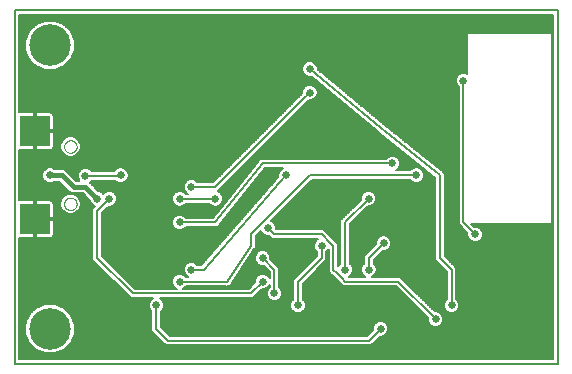
<source format=gbl>
G75*
%MOIN*%
%OFA0B0*%
%FSLAX25Y25*%
%IPPOS*%
%LPD*%
%AMOC8*
5,1,8,0,0,1.08239X$1,22.5*
%
%ADD10C,0.00600*%
%ADD11R,0.10000X0.10000*%
%ADD12C,0.00000*%
%ADD13C,0.13843*%
%ADD14C,0.02578*%
%ADD15C,0.01600*%
D10*
X0021728Y0020744D02*
X0202831Y0020744D01*
X0202831Y0138854D01*
X0021728Y0138854D01*
X0021728Y0020744D01*
X0023328Y0022344D02*
X0023328Y0062771D01*
X0028121Y0062771D01*
X0028121Y0068771D01*
X0028721Y0068771D01*
X0028721Y0062771D01*
X0033592Y0062771D01*
X0033923Y0062859D01*
X0034219Y0063031D01*
X0034462Y0063273D01*
X0034633Y0063569D01*
X0034721Y0063900D01*
X0034721Y0068771D01*
X0028721Y0068771D01*
X0028721Y0069371D01*
X0028121Y0069371D01*
X0028121Y0075371D01*
X0023328Y0075371D01*
X0023328Y0092102D01*
X0028121Y0092102D01*
X0028121Y0098102D01*
X0028721Y0098102D01*
X0028721Y0098702D01*
X0028121Y0098702D01*
X0028121Y0104702D01*
X0023328Y0104702D01*
X0023328Y0137254D01*
X0201231Y0137254D01*
X0201231Y0022344D01*
X0023328Y0022344D01*
X0023328Y0022540D02*
X0201231Y0022540D01*
X0201231Y0023138D02*
X0023328Y0023138D01*
X0023328Y0023737D02*
X0201231Y0023737D01*
X0201231Y0024335D02*
X0035178Y0024335D01*
X0035175Y0024334D02*
X0038196Y0025585D01*
X0040509Y0027898D01*
X0041761Y0030920D01*
X0041761Y0034190D01*
X0040509Y0037212D01*
X0038196Y0039525D01*
X0035175Y0040776D01*
X0031904Y0040776D01*
X0028882Y0039525D01*
X0028043Y0038685D01*
X0028028Y0038676D01*
X0028011Y0038653D01*
X0026570Y0037212D01*
X0026047Y0035950D01*
X0026014Y0035905D01*
X0026000Y0035836D01*
X0025318Y0034190D01*
X0025318Y0032629D01*
X0025302Y0032555D01*
X0025318Y0032481D01*
X0025318Y0030920D01*
X0026000Y0029274D01*
X0026014Y0029205D01*
X0026047Y0029160D01*
X0026570Y0027898D01*
X0028011Y0026457D01*
X0028028Y0026434D01*
X0028043Y0026425D01*
X0028882Y0025585D01*
X0031904Y0024334D01*
X0035175Y0024334D01*
X0036623Y0024934D02*
X0201231Y0024934D01*
X0201231Y0025532D02*
X0038068Y0025532D01*
X0038742Y0026131D02*
X0201231Y0026131D01*
X0201231Y0026729D02*
X0039340Y0026729D01*
X0039939Y0027328D02*
X0071937Y0027328D01*
X0072247Y0027018D02*
X0140501Y0027018D01*
X0141439Y0027955D01*
X0143449Y0029966D01*
X0144291Y0029966D01*
X0145242Y0030360D01*
X0145970Y0031089D01*
X0146365Y0032040D01*
X0146365Y0033070D01*
X0145970Y0034022D01*
X0145242Y0034750D01*
X0144291Y0035144D01*
X0143261Y0035144D01*
X0142309Y0034750D01*
X0141581Y0034022D01*
X0141187Y0033070D01*
X0141187Y0032229D01*
X0139176Y0030218D01*
X0073572Y0030218D01*
X0070572Y0033218D01*
X0070572Y0038368D01*
X0071167Y0038963D01*
X0071561Y0039914D01*
X0071561Y0040944D01*
X0071167Y0041896D01*
X0070439Y0042624D01*
X0070096Y0042766D01*
X0101131Y0042766D01*
X0102068Y0043703D01*
X0104079Y0045714D01*
X0104920Y0045714D01*
X0105872Y0046108D01*
X0106600Y0046837D01*
X0106743Y0047180D01*
X0106743Y0046428D01*
X0106148Y0045833D01*
X0105754Y0044881D01*
X0105754Y0043851D01*
X0106148Y0042900D01*
X0106876Y0042171D01*
X0107828Y0041777D01*
X0108857Y0041777D01*
X0109809Y0042171D01*
X0110537Y0042900D01*
X0110931Y0043851D01*
X0110931Y0044881D01*
X0110537Y0045833D01*
X0109943Y0046428D01*
X0109943Y0052862D01*
X0109005Y0053799D01*
X0106994Y0055810D01*
X0106994Y0056651D01*
X0106600Y0057603D01*
X0105872Y0058331D01*
X0104920Y0058725D01*
X0103891Y0058725D01*
X0102939Y0058331D01*
X0102211Y0057603D01*
X0101817Y0056651D01*
X0101817Y0055621D01*
X0102211Y0054670D01*
X0102939Y0053941D01*
X0103891Y0053547D01*
X0104732Y0053547D01*
X0106743Y0051536D01*
X0106743Y0049426D01*
X0106600Y0049770D01*
X0105872Y0050498D01*
X0104920Y0050892D01*
X0103891Y0050892D01*
X0102939Y0050498D01*
X0102211Y0049770D01*
X0101817Y0048818D01*
X0101817Y0047977D01*
X0099806Y0045966D01*
X0077970Y0045966D01*
X0078313Y0046108D01*
X0078908Y0046703D01*
X0092110Y0046703D01*
X0092258Y0046604D01*
X0092753Y0046703D01*
X0093257Y0046703D01*
X0093383Y0046829D01*
X0093558Y0046864D01*
X0093838Y0047284D01*
X0094194Y0047640D01*
X0094194Y0047819D01*
X0101712Y0059095D01*
X0102068Y0059451D01*
X0102068Y0059630D01*
X0102167Y0059778D01*
X0102068Y0060273D01*
X0102068Y0063388D01*
X0103904Y0065224D01*
X0104183Y0064550D01*
X0104911Y0063821D01*
X0105863Y0063427D01*
X0106704Y0063427D01*
X0107680Y0062451D01*
X0122967Y0062451D01*
X0122624Y0062309D01*
X0121896Y0061581D01*
X0121502Y0060629D01*
X0121502Y0059599D01*
X0121896Y0058648D01*
X0122491Y0058053D01*
X0122491Y0056840D01*
X0115554Y0049903D01*
X0114617Y0048966D01*
X0114617Y0042491D01*
X0114022Y0041896D01*
X0113628Y0040944D01*
X0113628Y0039914D01*
X0114022Y0038963D01*
X0114750Y0038234D01*
X0115702Y0037840D01*
X0116732Y0037840D01*
X0117683Y0038234D01*
X0118411Y0038963D01*
X0118805Y0039914D01*
X0118805Y0040944D01*
X0118411Y0041896D01*
X0117817Y0042491D01*
X0117817Y0047640D01*
X0125691Y0055514D01*
X0125691Y0058053D01*
X0126285Y0058648D01*
X0126428Y0058991D01*
X0126428Y0051577D01*
X0127365Y0050640D01*
X0127576Y0050429D01*
X0127576Y0050422D01*
X0128513Y0049485D01*
X0130147Y0047851D01*
X0130154Y0047851D01*
X0131302Y0046703D01*
X0148900Y0046703D01*
X0159533Y0036070D01*
X0159533Y0035229D01*
X0159927Y0034278D01*
X0160655Y0033549D01*
X0161607Y0033155D01*
X0162637Y0033155D01*
X0163589Y0033549D01*
X0164317Y0034278D01*
X0164711Y0035229D01*
X0164711Y0036259D01*
X0164317Y0037211D01*
X0163589Y0037939D01*
X0162637Y0038333D01*
X0161796Y0038333D01*
X0151163Y0048966D01*
X0150226Y0049903D01*
X0140962Y0049903D01*
X0141305Y0050045D01*
X0142033Y0050774D01*
X0142428Y0051725D01*
X0142428Y0052755D01*
X0142033Y0053707D01*
X0141439Y0054302D01*
X0141439Y0055514D01*
X0144431Y0058507D01*
X0145272Y0058507D01*
X0146224Y0058901D01*
X0146952Y0059630D01*
X0147346Y0060581D01*
X0147346Y0061611D01*
X0146952Y0062563D01*
X0146224Y0063291D01*
X0145272Y0063685D01*
X0144243Y0063685D01*
X0143291Y0063291D01*
X0142563Y0062563D01*
X0142169Y0061611D01*
X0142169Y0060770D01*
X0139176Y0057777D01*
X0138239Y0056840D01*
X0138239Y0054302D01*
X0137644Y0053707D01*
X0137250Y0052755D01*
X0137250Y0051725D01*
X0137644Y0050774D01*
X0138372Y0050045D01*
X0138715Y0049903D01*
X0133088Y0049903D01*
X0133431Y0050045D01*
X0134159Y0050774D01*
X0134554Y0051725D01*
X0134554Y0052755D01*
X0134159Y0053707D01*
X0133565Y0054302D01*
X0133565Y0067325D01*
X0139619Y0073380D01*
X0140247Y0073380D01*
X0141199Y0073774D01*
X0141927Y0074502D01*
X0142321Y0075454D01*
X0142321Y0076484D01*
X0141927Y0077435D01*
X0141199Y0078163D01*
X0140247Y0078558D01*
X0139217Y0078558D01*
X0138266Y0078163D01*
X0137537Y0077435D01*
X0137143Y0076484D01*
X0137143Y0075454D01*
X0137150Y0075437D01*
X0130365Y0068651D01*
X0130365Y0054302D01*
X0129770Y0053707D01*
X0129628Y0053363D01*
X0129628Y0060777D01*
X0128480Y0061925D01*
X0128480Y0061932D01*
X0125698Y0064714D01*
X0124760Y0065651D01*
X0109005Y0065651D01*
X0108967Y0065690D01*
X0108967Y0066531D01*
X0108572Y0067483D01*
X0107844Y0068211D01*
X0107170Y0068490D01*
X0120816Y0082136D01*
X0153525Y0082136D01*
X0154120Y0081541D01*
X0155072Y0081147D01*
X0156102Y0081147D01*
X0157053Y0081541D01*
X0157781Y0082270D01*
X0158176Y0083221D01*
X0158176Y0084251D01*
X0157781Y0085203D01*
X0157053Y0085931D01*
X0156102Y0086325D01*
X0155072Y0086325D01*
X0154120Y0085931D01*
X0153525Y0085336D01*
X0148836Y0085336D01*
X0149179Y0085478D01*
X0149907Y0086207D01*
X0150302Y0087158D01*
X0150302Y0088188D01*
X0149907Y0089140D01*
X0149179Y0089868D01*
X0148228Y0090262D01*
X0147198Y0090262D01*
X0146246Y0089868D01*
X0145651Y0089273D01*
X0104967Y0089273D01*
X0104887Y0089337D01*
X0104317Y0089273D01*
X0103743Y0089273D01*
X0103671Y0089201D01*
X0103570Y0089190D01*
X0103211Y0088742D01*
X0102806Y0088336D01*
X0102806Y0088234D01*
X0087888Y0069588D01*
X0078908Y0069588D01*
X0078313Y0070183D01*
X0077361Y0070577D01*
X0076331Y0070577D01*
X0075380Y0070183D01*
X0074652Y0069455D01*
X0074257Y0068503D01*
X0074257Y0067473D01*
X0074652Y0066522D01*
X0075380Y0065793D01*
X0076331Y0065399D01*
X0077361Y0065399D01*
X0078313Y0065793D01*
X0078908Y0066388D01*
X0088096Y0066388D01*
X0088175Y0066325D01*
X0088746Y0066388D01*
X0089320Y0066388D01*
X0089392Y0066460D01*
X0089493Y0066471D01*
X0089852Y0066919D01*
X0090257Y0067325D01*
X0090257Y0067427D01*
X0105174Y0086073D01*
X0111156Y0086073D01*
X0110813Y0085931D01*
X0110085Y0085203D01*
X0109691Y0084251D01*
X0109691Y0083221D01*
X0109695Y0083212D01*
X0083994Y0053840D01*
X0082713Y0053840D01*
X0082119Y0054435D01*
X0081167Y0054829D01*
X0080137Y0054829D01*
X0079185Y0054435D01*
X0078457Y0053707D01*
X0078063Y0052755D01*
X0078063Y0051725D01*
X0078457Y0050774D01*
X0079185Y0050045D01*
X0079529Y0049903D01*
X0078908Y0049903D01*
X0078313Y0050498D01*
X0077361Y0050892D01*
X0076331Y0050892D01*
X0075380Y0050498D01*
X0074652Y0049770D01*
X0074257Y0048818D01*
X0074257Y0047788D01*
X0074652Y0046837D01*
X0075380Y0046108D01*
X0075723Y0045966D01*
X0061761Y0045966D01*
X0050887Y0056840D01*
X0050887Y0071262D01*
X0051098Y0071473D01*
X0051105Y0071473D01*
X0052905Y0073273D01*
X0053780Y0073273D01*
X0054732Y0073667D01*
X0055460Y0074396D01*
X0055854Y0075347D01*
X0055854Y0076377D01*
X0055460Y0077329D01*
X0054732Y0078057D01*
X0053780Y0078451D01*
X0052750Y0078451D01*
X0051799Y0078057D01*
X0051276Y0077535D01*
X0050754Y0078057D01*
X0049802Y0078451D01*
X0049668Y0078451D01*
X0046811Y0081309D01*
X0046817Y0081311D01*
X0047412Y0081906D01*
X0055330Y0081906D01*
X0055695Y0081541D01*
X0056646Y0081147D01*
X0057676Y0081147D01*
X0058628Y0081541D01*
X0059356Y0082270D01*
X0059750Y0083221D01*
X0059750Y0084251D01*
X0059356Y0085203D01*
X0058628Y0085931D01*
X0057676Y0086325D01*
X0056646Y0086325D01*
X0055695Y0085931D01*
X0054967Y0085203D01*
X0054927Y0085106D01*
X0047412Y0085106D01*
X0046817Y0085701D01*
X0045865Y0086095D01*
X0044835Y0086095D01*
X0043884Y0085701D01*
X0043156Y0084973D01*
X0042761Y0084021D01*
X0042761Y0082991D01*
X0043156Y0082040D01*
X0043296Y0081899D01*
X0042283Y0081899D01*
X0038346Y0085836D01*
X0035101Y0085836D01*
X0035006Y0085931D01*
X0034054Y0086325D01*
X0033024Y0086325D01*
X0032073Y0085931D01*
X0031345Y0085203D01*
X0030950Y0084251D01*
X0030950Y0083221D01*
X0031345Y0082270D01*
X0032073Y0081541D01*
X0033024Y0081147D01*
X0034054Y0081147D01*
X0035006Y0081541D01*
X0035101Y0081636D01*
X0036607Y0081636D01*
X0039313Y0078929D01*
X0040544Y0077699D01*
X0044481Y0077699D01*
X0046698Y0075481D01*
X0046698Y0075347D01*
X0047093Y0074396D01*
X0047821Y0073667D01*
X0048490Y0073390D01*
X0047687Y0072588D01*
X0047687Y0055514D01*
X0059498Y0043703D01*
X0060436Y0042766D01*
X0067849Y0042766D01*
X0067506Y0042624D01*
X0066778Y0041896D01*
X0066383Y0040944D01*
X0066383Y0039914D01*
X0066778Y0038963D01*
X0067372Y0038368D01*
X0067372Y0031892D01*
X0071309Y0027955D01*
X0072247Y0027018D01*
X0071339Y0027926D02*
X0040521Y0027926D01*
X0040769Y0028525D02*
X0070740Y0028525D01*
X0070142Y0029123D02*
X0041016Y0029123D01*
X0041264Y0029722D02*
X0069543Y0029722D01*
X0068945Y0030320D02*
X0041512Y0030320D01*
X0041760Y0030919D02*
X0068346Y0030919D01*
X0067748Y0031517D02*
X0041761Y0031517D01*
X0041761Y0032116D02*
X0067372Y0032116D01*
X0067372Y0032714D02*
X0041761Y0032714D01*
X0041761Y0033313D02*
X0067372Y0033313D01*
X0067372Y0033911D02*
X0041761Y0033911D01*
X0041628Y0034510D02*
X0067372Y0034510D01*
X0067372Y0035108D02*
X0041380Y0035108D01*
X0041132Y0035707D02*
X0067372Y0035707D01*
X0067372Y0036305D02*
X0040885Y0036305D01*
X0040637Y0036904D02*
X0067372Y0036904D01*
X0067372Y0037502D02*
X0040219Y0037502D01*
X0039620Y0038101D02*
X0067372Y0038101D01*
X0067041Y0038699D02*
X0039022Y0038699D01*
X0038423Y0039298D02*
X0066639Y0039298D01*
X0066391Y0039896D02*
X0037299Y0039896D01*
X0035854Y0040495D02*
X0066383Y0040495D01*
X0066445Y0041093D02*
X0023328Y0041093D01*
X0023328Y0040495D02*
X0031225Y0040495D01*
X0029780Y0039896D02*
X0023328Y0039896D01*
X0023328Y0039298D02*
X0028656Y0039298D01*
X0028057Y0038699D02*
X0023328Y0038699D01*
X0023328Y0038101D02*
X0027459Y0038101D01*
X0026860Y0037502D02*
X0023328Y0037502D01*
X0023328Y0036904D02*
X0026442Y0036904D01*
X0026194Y0036305D02*
X0023328Y0036305D01*
X0023328Y0035707D02*
X0025946Y0035707D01*
X0025698Y0035108D02*
X0023328Y0035108D01*
X0023328Y0034510D02*
X0025450Y0034510D01*
X0025318Y0033911D02*
X0023328Y0033911D01*
X0023328Y0033313D02*
X0025318Y0033313D01*
X0025318Y0032714D02*
X0023328Y0032714D01*
X0023328Y0032116D02*
X0025318Y0032116D01*
X0025318Y0031517D02*
X0023328Y0031517D01*
X0023328Y0030919D02*
X0025319Y0030919D01*
X0025566Y0030320D02*
X0023328Y0030320D01*
X0023328Y0029722D02*
X0025814Y0029722D01*
X0026062Y0029123D02*
X0023328Y0029123D01*
X0023328Y0028525D02*
X0026310Y0028525D01*
X0026558Y0027926D02*
X0023328Y0027926D01*
X0023328Y0027328D02*
X0027140Y0027328D01*
X0027739Y0026729D02*
X0023328Y0026729D01*
X0023328Y0026131D02*
X0028337Y0026131D01*
X0029011Y0025532D02*
X0023328Y0025532D01*
X0023328Y0024934D02*
X0030456Y0024934D01*
X0031901Y0024335D02*
X0023328Y0024335D01*
X0023328Y0041692D02*
X0066693Y0041692D01*
X0067172Y0042291D02*
X0023328Y0042291D01*
X0023328Y0042889D02*
X0060313Y0042889D01*
X0059714Y0043488D02*
X0023328Y0043488D01*
X0023328Y0044086D02*
X0059116Y0044086D01*
X0058517Y0044685D02*
X0023328Y0044685D01*
X0023328Y0045283D02*
X0057919Y0045283D01*
X0057320Y0045882D02*
X0023328Y0045882D01*
X0023328Y0046480D02*
X0056722Y0046480D01*
X0056123Y0047079D02*
X0023328Y0047079D01*
X0023328Y0047677D02*
X0055525Y0047677D01*
X0054926Y0048276D02*
X0023328Y0048276D01*
X0023328Y0048874D02*
X0054328Y0048874D01*
X0053729Y0049473D02*
X0023328Y0049473D01*
X0023328Y0050071D02*
X0053131Y0050071D01*
X0052532Y0050670D02*
X0023328Y0050670D01*
X0023328Y0051268D02*
X0051934Y0051268D01*
X0051335Y0051867D02*
X0023328Y0051867D01*
X0023328Y0052465D02*
X0050737Y0052465D01*
X0050138Y0053064D02*
X0023328Y0053064D01*
X0023328Y0053662D02*
X0049540Y0053662D01*
X0048941Y0054261D02*
X0023328Y0054261D01*
X0023328Y0054859D02*
X0048343Y0054859D01*
X0047744Y0055458D02*
X0023328Y0055458D01*
X0023328Y0056056D02*
X0047687Y0056056D01*
X0047687Y0056655D02*
X0023328Y0056655D01*
X0023328Y0057253D02*
X0047687Y0057253D01*
X0047687Y0057852D02*
X0023328Y0057852D01*
X0023328Y0058450D02*
X0047687Y0058450D01*
X0047687Y0059049D02*
X0023328Y0059049D01*
X0023328Y0059647D02*
X0047687Y0059647D01*
X0047687Y0060246D02*
X0023328Y0060246D01*
X0023328Y0060844D02*
X0047687Y0060844D01*
X0047687Y0061443D02*
X0023328Y0061443D01*
X0023328Y0062041D02*
X0047687Y0062041D01*
X0047687Y0062640D02*
X0023328Y0062640D01*
X0028121Y0063238D02*
X0028721Y0063238D01*
X0028721Y0063837D02*
X0028121Y0063837D01*
X0028121Y0064435D02*
X0028721Y0064435D01*
X0028721Y0065034D02*
X0028121Y0065034D01*
X0028121Y0065632D02*
X0028721Y0065632D01*
X0028721Y0066231D02*
X0028121Y0066231D01*
X0028121Y0066829D02*
X0028721Y0066829D01*
X0028721Y0067428D02*
X0028121Y0067428D01*
X0028121Y0068026D02*
X0028721Y0068026D01*
X0028721Y0068625D02*
X0028121Y0068625D01*
X0028721Y0069224D02*
X0047687Y0069224D01*
X0047687Y0069822D02*
X0034721Y0069822D01*
X0034721Y0069371D02*
X0034721Y0074242D01*
X0034633Y0074573D01*
X0034462Y0074869D01*
X0034219Y0075111D01*
X0033923Y0075282D01*
X0033592Y0075371D01*
X0028721Y0075371D01*
X0028721Y0069371D01*
X0034721Y0069371D01*
X0034721Y0068625D02*
X0047687Y0068625D01*
X0047687Y0068026D02*
X0034721Y0068026D01*
X0034721Y0067428D02*
X0047687Y0067428D01*
X0047687Y0066829D02*
X0034721Y0066829D01*
X0034721Y0066231D02*
X0047687Y0066231D01*
X0047687Y0065632D02*
X0034721Y0065632D01*
X0034721Y0065034D02*
X0047687Y0065034D01*
X0047687Y0064435D02*
X0034721Y0064435D01*
X0034704Y0063837D02*
X0047687Y0063837D01*
X0047687Y0063238D02*
X0034427Y0063238D01*
X0034721Y0070421D02*
X0047687Y0070421D01*
X0047687Y0071019D02*
X0041496Y0071019D01*
X0041020Y0070822D02*
X0042258Y0071335D01*
X0043205Y0072282D01*
X0043717Y0073519D01*
X0043717Y0074859D01*
X0043205Y0076096D01*
X0042258Y0077043D01*
X0041020Y0077556D01*
X0039681Y0077556D01*
X0038443Y0077043D01*
X0037496Y0076096D01*
X0036983Y0074859D01*
X0036983Y0073519D01*
X0037496Y0072282D01*
X0038443Y0071335D01*
X0039681Y0070822D01*
X0041020Y0070822D01*
X0042541Y0071618D02*
X0047687Y0071618D01*
X0047687Y0072216D02*
X0043139Y0072216D01*
X0043425Y0072815D02*
X0047914Y0072815D01*
X0048435Y0073413D02*
X0043673Y0073413D01*
X0043717Y0074012D02*
X0047477Y0074012D01*
X0047004Y0074610D02*
X0043717Y0074610D01*
X0043572Y0075209D02*
X0046756Y0075209D01*
X0046373Y0075807D02*
X0043324Y0075807D01*
X0042895Y0076406D02*
X0045774Y0076406D01*
X0045176Y0077004D02*
X0042297Y0077004D01*
X0044577Y0077603D02*
X0023328Y0077603D01*
X0023328Y0078201D02*
X0040042Y0078201D01*
X0039443Y0078800D02*
X0023328Y0078800D01*
X0023328Y0079398D02*
X0038845Y0079398D01*
X0038246Y0079997D02*
X0023328Y0079997D01*
X0023328Y0080595D02*
X0037648Y0080595D01*
X0037049Y0081194D02*
X0034167Y0081194D01*
X0032912Y0081194D02*
X0023328Y0081194D01*
X0023328Y0081792D02*
X0031822Y0081792D01*
X0031294Y0082391D02*
X0023328Y0082391D01*
X0023328Y0082989D02*
X0031046Y0082989D01*
X0030950Y0083588D02*
X0023328Y0083588D01*
X0023328Y0084186D02*
X0030950Y0084186D01*
X0031171Y0084785D02*
X0023328Y0084785D01*
X0023328Y0085383D02*
X0031525Y0085383D01*
X0032195Y0085982D02*
X0023328Y0085982D01*
X0023328Y0086580D02*
X0093169Y0086580D01*
X0092570Y0085982D02*
X0058505Y0085982D01*
X0059176Y0085383D02*
X0091972Y0085383D01*
X0091373Y0084785D02*
X0059529Y0084785D01*
X0059750Y0084186D02*
X0090775Y0084186D01*
X0090176Y0083588D02*
X0059750Y0083588D01*
X0059654Y0082989D02*
X0089578Y0082989D01*
X0088979Y0082391D02*
X0059406Y0082391D01*
X0058879Y0081792D02*
X0078984Y0081792D01*
X0079185Y0081994D02*
X0078457Y0081266D01*
X0078063Y0080314D01*
X0078063Y0079284D01*
X0078457Y0078333D01*
X0079185Y0077604D01*
X0079529Y0077462D01*
X0078908Y0077462D01*
X0078313Y0078057D01*
X0077361Y0078451D01*
X0076331Y0078451D01*
X0075380Y0078057D01*
X0074652Y0077329D01*
X0074257Y0076377D01*
X0074257Y0075347D01*
X0074652Y0074396D01*
X0075380Y0073667D01*
X0076331Y0073273D01*
X0077361Y0073273D01*
X0078313Y0073667D01*
X0078908Y0074262D01*
X0086596Y0074262D01*
X0087191Y0073667D01*
X0088142Y0073273D01*
X0089172Y0073273D01*
X0090124Y0073667D01*
X0090852Y0074396D01*
X0091246Y0075347D01*
X0091246Y0076377D01*
X0090852Y0077329D01*
X0090124Y0078057D01*
X0089450Y0078336D01*
X0090250Y0079136D01*
X0119661Y0108547D01*
X0119668Y0108547D01*
X0119831Y0108710D01*
X0120672Y0108710D01*
X0121624Y0109104D01*
X0122352Y0109832D01*
X0122746Y0110784D01*
X0122746Y0111814D01*
X0122352Y0112765D01*
X0121624Y0113494D01*
X0120672Y0113888D01*
X0119642Y0113888D01*
X0118691Y0113494D01*
X0117962Y0112765D01*
X0117568Y0111814D01*
X0117568Y0110980D01*
X0087988Y0081399D01*
X0082713Y0081399D01*
X0082119Y0081994D01*
X0081167Y0082388D01*
X0080137Y0082388D01*
X0079185Y0081994D01*
X0078427Y0081194D02*
X0057789Y0081194D01*
X0056534Y0081194D02*
X0046926Y0081194D01*
X0047298Y0081792D02*
X0055444Y0081792D01*
X0056931Y0083506D02*
X0057161Y0083736D01*
X0056931Y0083506D02*
X0045350Y0083506D01*
X0043566Y0085383D02*
X0038799Y0085383D01*
X0039398Y0084785D02*
X0043078Y0084785D01*
X0042830Y0084186D02*
X0039996Y0084186D01*
X0040595Y0083588D02*
X0042761Y0083588D01*
X0042762Y0082989D02*
X0041193Y0082989D01*
X0041792Y0082391D02*
X0043010Y0082391D01*
X0044562Y0085982D02*
X0034883Y0085982D01*
X0038443Y0090429D02*
X0039681Y0089917D01*
X0041020Y0089917D01*
X0042258Y0090429D01*
X0043205Y0091376D01*
X0043717Y0092614D01*
X0043717Y0093953D01*
X0043205Y0095191D01*
X0042258Y0096138D01*
X0041020Y0096650D01*
X0039681Y0096650D01*
X0038443Y0096138D01*
X0037496Y0095191D01*
X0036983Y0093953D01*
X0036983Y0092614D01*
X0037496Y0091376D01*
X0038443Y0090429D01*
X0038102Y0090770D02*
X0023328Y0090770D01*
X0023328Y0091368D02*
X0037504Y0091368D01*
X0037251Y0091967D02*
X0023328Y0091967D01*
X0023328Y0090171D02*
X0039065Y0090171D01*
X0041635Y0090171D02*
X0096760Y0090171D01*
X0096161Y0089573D02*
X0023328Y0089573D01*
X0023328Y0088974D02*
X0095563Y0088974D01*
X0094964Y0088376D02*
X0023328Y0088376D01*
X0023328Y0087777D02*
X0094366Y0087777D01*
X0093767Y0087179D02*
X0023328Y0087179D01*
X0028121Y0092565D02*
X0028721Y0092565D01*
X0028721Y0092102D02*
X0033592Y0092102D01*
X0033923Y0092190D01*
X0034219Y0092361D01*
X0034462Y0092603D01*
X0034633Y0092900D01*
X0034721Y0093230D01*
X0034721Y0098102D01*
X0028721Y0098102D01*
X0028721Y0092102D01*
X0028721Y0093164D02*
X0028121Y0093164D01*
X0028121Y0093762D02*
X0028721Y0093762D01*
X0028721Y0094361D02*
X0028121Y0094361D01*
X0028121Y0094959D02*
X0028721Y0094959D01*
X0028721Y0095558D02*
X0028121Y0095558D01*
X0028121Y0096157D02*
X0028721Y0096157D01*
X0028721Y0096755D02*
X0028121Y0096755D01*
X0028121Y0097354D02*
X0028721Y0097354D01*
X0028721Y0097952D02*
X0028121Y0097952D01*
X0028721Y0098551D02*
X0105139Y0098551D01*
X0105737Y0099149D02*
X0034721Y0099149D01*
X0034721Y0098702D02*
X0034721Y0103573D01*
X0034633Y0103903D01*
X0034462Y0104200D01*
X0034219Y0104442D01*
X0033923Y0104613D01*
X0033592Y0104702D01*
X0028721Y0104702D01*
X0028721Y0098702D01*
X0034721Y0098702D01*
X0034721Y0097952D02*
X0104540Y0097952D01*
X0103942Y0097354D02*
X0034721Y0097354D01*
X0034721Y0096755D02*
X0103343Y0096755D01*
X0102745Y0096157D02*
X0042212Y0096157D01*
X0042837Y0095558D02*
X0102146Y0095558D01*
X0101548Y0094959D02*
X0043300Y0094959D01*
X0043548Y0094361D02*
X0100949Y0094361D01*
X0100351Y0093762D02*
X0043717Y0093762D01*
X0043717Y0093164D02*
X0099752Y0093164D01*
X0099154Y0092565D02*
X0043697Y0092565D01*
X0043449Y0091967D02*
X0098555Y0091967D01*
X0097957Y0091368D02*
X0043197Y0091368D01*
X0042598Y0090770D02*
X0097358Y0090770D01*
X0099490Y0088376D02*
X0102845Y0088376D01*
X0102440Y0087777D02*
X0098891Y0087777D01*
X0098293Y0087179D02*
X0101961Y0087179D01*
X0101482Y0086580D02*
X0097694Y0086580D01*
X0097096Y0085982D02*
X0101003Y0085982D01*
X0100525Y0085383D02*
X0096497Y0085383D01*
X0095899Y0084785D02*
X0100046Y0084785D01*
X0099567Y0084186D02*
X0095300Y0084186D01*
X0094702Y0083588D02*
X0099088Y0083588D01*
X0098609Y0082989D02*
X0094103Y0082989D01*
X0093505Y0082391D02*
X0098131Y0082391D01*
X0097652Y0081792D02*
X0092906Y0081792D01*
X0092308Y0081194D02*
X0097173Y0081194D01*
X0096694Y0080595D02*
X0091709Y0080595D01*
X0091111Y0079997D02*
X0096215Y0079997D01*
X0095737Y0079398D02*
X0090512Y0079398D01*
X0089913Y0078800D02*
X0095258Y0078800D01*
X0094779Y0078201D02*
X0089776Y0078201D01*
X0090578Y0077603D02*
X0094300Y0077603D01*
X0093821Y0077004D02*
X0090987Y0077004D01*
X0091235Y0076406D02*
X0093342Y0076406D01*
X0092864Y0075807D02*
X0091246Y0075807D01*
X0091189Y0075209D02*
X0092385Y0075209D01*
X0091906Y0074610D02*
X0090941Y0074610D01*
X0090468Y0074012D02*
X0091427Y0074012D01*
X0090948Y0073413D02*
X0089510Y0073413D01*
X0090470Y0072815D02*
X0052447Y0072815D01*
X0051848Y0072216D02*
X0089991Y0072216D01*
X0089512Y0071618D02*
X0051250Y0071618D01*
X0050887Y0071019D02*
X0089033Y0071019D01*
X0088554Y0070421D02*
X0077740Y0070421D01*
X0078674Y0069822D02*
X0088076Y0069822D01*
X0088657Y0067988D02*
X0104406Y0087673D01*
X0147713Y0087673D01*
X0150302Y0087777D02*
X0155848Y0087777D01*
X0156596Y0087179D02*
X0150302Y0087179D01*
X0150062Y0086580D02*
X0157344Y0086580D01*
X0156931Y0085982D02*
X0158092Y0085982D01*
X0157601Y0085383D02*
X0158841Y0085383D01*
X0159589Y0084785D02*
X0157955Y0084785D01*
X0158176Y0084186D02*
X0160337Y0084186D01*
X0161085Y0083588D02*
X0158176Y0083588D01*
X0158079Y0082989D02*
X0161833Y0082989D01*
X0161861Y0082967D02*
X0161861Y0055514D01*
X0165798Y0051577D01*
X0165798Y0042491D01*
X0165203Y0041896D01*
X0164809Y0040944D01*
X0164809Y0039914D01*
X0165203Y0038963D01*
X0165931Y0038234D01*
X0166883Y0037840D01*
X0167913Y0037840D01*
X0168864Y0038234D01*
X0169592Y0038963D01*
X0169987Y0039914D01*
X0169987Y0040944D01*
X0169592Y0041896D01*
X0168998Y0042491D01*
X0168998Y0052903D01*
X0168060Y0053840D01*
X0165061Y0056840D01*
X0165061Y0083175D01*
X0165124Y0083254D01*
X0165061Y0083825D01*
X0165061Y0084399D01*
X0164989Y0084471D01*
X0164978Y0084572D01*
X0164529Y0084930D01*
X0164123Y0085336D01*
X0164022Y0085336D01*
X0144788Y0100723D01*
X0122743Y0119095D01*
X0122743Y0119684D01*
X0122348Y0120636D01*
X0121620Y0121364D01*
X0120669Y0121758D01*
X0119639Y0121758D01*
X0118687Y0121364D01*
X0117959Y0120636D01*
X0117565Y0119684D01*
X0117565Y0118654D01*
X0117959Y0117703D01*
X0023328Y0117703D01*
X0023328Y0118301D02*
X0117711Y0118301D01*
X0117565Y0118900D02*
X0035363Y0118900D01*
X0035175Y0118822D02*
X0038196Y0120074D01*
X0040509Y0122386D01*
X0041761Y0125408D01*
X0041761Y0128679D01*
X0040509Y0131700D01*
X0038196Y0134013D01*
X0035175Y0135265D01*
X0031904Y0135265D01*
X0028882Y0134013D01*
X0028043Y0133173D01*
X0028028Y0133165D01*
X0028011Y0133142D01*
X0026570Y0131700D01*
X0026047Y0130438D01*
X0026014Y0130394D01*
X0026000Y0130324D01*
X0025318Y0128679D01*
X0025318Y0127117D01*
X0025302Y0127043D01*
X0025318Y0126969D01*
X0025318Y0125408D01*
X0026000Y0123762D01*
X0026014Y0123693D01*
X0026047Y0123648D01*
X0026570Y0122386D01*
X0028011Y0120945D01*
X0028028Y0120922D01*
X0028043Y0120913D01*
X0028882Y0120074D01*
X0031904Y0118822D01*
X0035175Y0118822D01*
X0036808Y0119498D02*
X0117565Y0119498D01*
X0117736Y0120097D02*
X0038220Y0120097D01*
X0038818Y0120695D02*
X0118018Y0120695D01*
X0118617Y0121294D02*
X0039417Y0121294D01*
X0040015Y0121893D02*
X0172649Y0121893D01*
X0172649Y0122491D02*
X0040552Y0122491D01*
X0040800Y0123090D02*
X0172649Y0123090D01*
X0172649Y0123688D02*
X0041048Y0123688D01*
X0041296Y0124287D02*
X0172649Y0124287D01*
X0172649Y0124885D02*
X0041544Y0124885D01*
X0041761Y0125484D02*
X0172649Y0125484D01*
X0172649Y0126082D02*
X0041761Y0126082D01*
X0041761Y0126681D02*
X0172649Y0126681D01*
X0172649Y0127279D02*
X0041761Y0127279D01*
X0041761Y0127878D02*
X0172649Y0127878D01*
X0172649Y0128476D02*
X0041761Y0128476D01*
X0041597Y0129075D02*
X0172649Y0129075D01*
X0172649Y0129673D02*
X0041349Y0129673D01*
X0041101Y0130272D02*
X0172649Y0130272D01*
X0172649Y0130870D02*
X0040853Y0130870D01*
X0040605Y0131469D02*
X0201231Y0131469D01*
X0201231Y0132067D02*
X0040142Y0132067D01*
X0039544Y0132666D02*
X0201231Y0132666D01*
X0201231Y0133264D02*
X0038945Y0133264D01*
X0038347Y0133863D02*
X0201231Y0133863D01*
X0201231Y0134461D02*
X0037114Y0134461D01*
X0035669Y0135060D02*
X0201231Y0135060D01*
X0201231Y0135658D02*
X0023328Y0135658D01*
X0023328Y0135060D02*
X0031410Y0135060D01*
X0029965Y0134461D02*
X0023328Y0134461D01*
X0023328Y0133863D02*
X0028732Y0133863D01*
X0028134Y0133264D02*
X0023328Y0133264D01*
X0023328Y0132666D02*
X0027535Y0132666D01*
X0026937Y0132067D02*
X0023328Y0132067D01*
X0023328Y0131469D02*
X0026474Y0131469D01*
X0026226Y0130870D02*
X0023328Y0130870D01*
X0023328Y0130272D02*
X0025978Y0130272D01*
X0025730Y0129673D02*
X0023328Y0129673D01*
X0023328Y0129075D02*
X0025482Y0129075D01*
X0025318Y0128476D02*
X0023328Y0128476D01*
X0023328Y0127878D02*
X0025318Y0127878D01*
X0025318Y0127279D02*
X0023328Y0127279D01*
X0023328Y0126681D02*
X0025318Y0126681D01*
X0025318Y0126082D02*
X0023328Y0126082D01*
X0023328Y0125484D02*
X0025318Y0125484D01*
X0025535Y0124885D02*
X0023328Y0124885D01*
X0023328Y0124287D02*
X0025783Y0124287D01*
X0026018Y0123688D02*
X0023328Y0123688D01*
X0023328Y0123090D02*
X0026278Y0123090D01*
X0026526Y0122491D02*
X0023328Y0122491D01*
X0023328Y0121893D02*
X0027064Y0121893D01*
X0027662Y0121294D02*
X0023328Y0121294D01*
X0023328Y0120695D02*
X0028261Y0120695D01*
X0028859Y0120097D02*
X0023328Y0120097D01*
X0023328Y0119498D02*
X0030271Y0119498D01*
X0031716Y0118900D02*
X0023328Y0118900D01*
X0023328Y0117104D02*
X0118557Y0117104D01*
X0118687Y0116974D02*
X0119639Y0116580D01*
X0120669Y0116580D01*
X0120730Y0116606D01*
X0142257Y0098667D01*
X0142259Y0098649D01*
X0142764Y0098245D01*
X0143260Y0097831D01*
X0143279Y0097833D01*
X0161861Y0082967D01*
X0161861Y0082391D02*
X0157832Y0082391D01*
X0157304Y0081792D02*
X0161861Y0081792D01*
X0161861Y0081194D02*
X0156214Y0081194D01*
X0154959Y0081194D02*
X0119874Y0081194D01*
X0120472Y0081792D02*
X0153869Y0081792D01*
X0155587Y0083736D02*
X0120154Y0083736D01*
X0100469Y0064051D01*
X0100469Y0060114D01*
X0092594Y0048303D01*
X0076846Y0048303D01*
X0075008Y0046480D02*
X0061247Y0046480D01*
X0060649Y0047079D02*
X0074551Y0047079D01*
X0074303Y0047677D02*
X0060050Y0047677D01*
X0059452Y0048276D02*
X0074257Y0048276D01*
X0074281Y0048874D02*
X0058853Y0048874D01*
X0058255Y0049473D02*
X0074529Y0049473D01*
X0074953Y0050071D02*
X0057656Y0050071D01*
X0057058Y0050670D02*
X0075794Y0050670D01*
X0077898Y0050670D02*
X0078561Y0050670D01*
X0078740Y0050071D02*
X0079160Y0050071D01*
X0078252Y0051268D02*
X0056459Y0051268D01*
X0055861Y0051867D02*
X0078063Y0051867D01*
X0078063Y0052465D02*
X0055262Y0052465D01*
X0054664Y0053064D02*
X0078191Y0053064D01*
X0078439Y0053662D02*
X0054065Y0053662D01*
X0053467Y0054261D02*
X0079011Y0054261D01*
X0080652Y0052240D02*
X0084720Y0052240D01*
X0112280Y0083736D01*
X0109912Y0084785D02*
X0104144Y0084785D01*
X0104623Y0085383D02*
X0110265Y0085383D01*
X0110936Y0085982D02*
X0105101Y0085982D01*
X0103665Y0084186D02*
X0109691Y0084186D01*
X0109691Y0083588D02*
X0103186Y0083588D01*
X0102707Y0082989D02*
X0109500Y0082989D01*
X0108976Y0082391D02*
X0102229Y0082391D01*
X0101750Y0081792D02*
X0108453Y0081792D01*
X0107929Y0081194D02*
X0101271Y0081194D01*
X0100792Y0080595D02*
X0107405Y0080595D01*
X0106881Y0079997D02*
X0100313Y0079997D01*
X0099834Y0079398D02*
X0106358Y0079398D01*
X0105834Y0078800D02*
X0099356Y0078800D01*
X0098877Y0078201D02*
X0105310Y0078201D01*
X0104787Y0077603D02*
X0098398Y0077603D01*
X0097919Y0077004D02*
X0104263Y0077004D01*
X0103739Y0076406D02*
X0097440Y0076406D01*
X0096962Y0075807D02*
X0103216Y0075807D01*
X0102692Y0075209D02*
X0096483Y0075209D01*
X0096004Y0074610D02*
X0102168Y0074610D01*
X0101644Y0074012D02*
X0095525Y0074012D01*
X0095046Y0073413D02*
X0101121Y0073413D01*
X0100597Y0072815D02*
X0094568Y0072815D01*
X0094089Y0072216D02*
X0100073Y0072216D01*
X0099550Y0071618D02*
X0093610Y0071618D01*
X0093131Y0071019D02*
X0099026Y0071019D01*
X0098502Y0070421D02*
X0092652Y0070421D01*
X0092174Y0069822D02*
X0097979Y0069822D01*
X0097455Y0069224D02*
X0091695Y0069224D01*
X0091216Y0068625D02*
X0096931Y0068625D01*
X0096408Y0068026D02*
X0090737Y0068026D01*
X0090258Y0067428D02*
X0095884Y0067428D01*
X0095360Y0066829D02*
X0089779Y0066829D01*
X0088657Y0067988D02*
X0076846Y0067988D01*
X0075019Y0069822D02*
X0050887Y0069822D01*
X0050887Y0069224D02*
X0074556Y0069224D01*
X0074308Y0068625D02*
X0050887Y0068625D01*
X0050887Y0068026D02*
X0074257Y0068026D01*
X0074276Y0067428D02*
X0050887Y0067428D01*
X0050887Y0066829D02*
X0074524Y0066829D01*
X0074942Y0066231D02*
X0050887Y0066231D01*
X0050887Y0065632D02*
X0075768Y0065632D01*
X0077924Y0065632D02*
X0094313Y0065632D01*
X0093789Y0065034D02*
X0050887Y0065034D01*
X0050887Y0064435D02*
X0093265Y0064435D01*
X0092742Y0063837D02*
X0050887Y0063837D01*
X0050887Y0063238D02*
X0092218Y0063238D01*
X0091694Y0062640D02*
X0050887Y0062640D01*
X0050887Y0062041D02*
X0091171Y0062041D01*
X0090647Y0061443D02*
X0050887Y0061443D01*
X0050887Y0060844D02*
X0090123Y0060844D01*
X0089599Y0060246D02*
X0050887Y0060246D01*
X0050887Y0059647D02*
X0089076Y0059647D01*
X0088552Y0059049D02*
X0050887Y0059049D01*
X0050887Y0058450D02*
X0088028Y0058450D01*
X0087505Y0057852D02*
X0050887Y0057852D01*
X0050887Y0057253D02*
X0086981Y0057253D01*
X0086457Y0056655D02*
X0051073Y0056655D01*
X0051671Y0056056D02*
X0085934Y0056056D01*
X0085410Y0055458D02*
X0052270Y0055458D01*
X0052868Y0054859D02*
X0084886Y0054859D01*
X0084362Y0054261D02*
X0082293Y0054261D01*
X0078685Y0046480D02*
X0100320Y0046480D01*
X0100918Y0047079D02*
X0093701Y0047079D01*
X0094194Y0047677D02*
X0101517Y0047677D01*
X0101817Y0048276D02*
X0094499Y0048276D01*
X0094898Y0048874D02*
X0101840Y0048874D01*
X0102088Y0049473D02*
X0095297Y0049473D01*
X0095696Y0050071D02*
X0102512Y0050071D01*
X0103353Y0050670D02*
X0096095Y0050670D01*
X0096494Y0051268D02*
X0106743Y0051268D01*
X0106743Y0050670D02*
X0105458Y0050670D01*
X0106299Y0050071D02*
X0106743Y0050071D01*
X0106723Y0049473D02*
X0106743Y0049473D01*
X0106701Y0047079D02*
X0106743Y0047079D01*
X0106743Y0046480D02*
X0106244Y0046480D01*
X0106197Y0045882D02*
X0105325Y0045882D01*
X0105920Y0045283D02*
X0103648Y0045283D01*
X0103050Y0044685D02*
X0105754Y0044685D01*
X0105754Y0044086D02*
X0102451Y0044086D01*
X0101853Y0043488D02*
X0105904Y0043488D01*
X0106158Y0042889D02*
X0101254Y0042889D01*
X0100469Y0044366D02*
X0061098Y0044366D01*
X0049287Y0056177D01*
X0049287Y0071925D01*
X0050435Y0073073D01*
X0050443Y0073073D01*
X0053232Y0075862D01*
X0053265Y0075862D01*
X0055076Y0074012D02*
X0075036Y0074012D01*
X0074563Y0074610D02*
X0055549Y0074610D01*
X0055797Y0075209D02*
X0074315Y0075209D01*
X0074257Y0075807D02*
X0055854Y0075807D01*
X0055843Y0076406D02*
X0074269Y0076406D01*
X0074517Y0077004D02*
X0055595Y0077004D01*
X0055186Y0077603D02*
X0074926Y0077603D01*
X0075728Y0078201D02*
X0054384Y0078201D01*
X0052147Y0078201D02*
X0050406Y0078201D01*
X0051208Y0077603D02*
X0051344Y0077603D01*
X0049320Y0078800D02*
X0078264Y0078800D01*
X0078063Y0079398D02*
X0048721Y0079398D01*
X0048123Y0079997D02*
X0078063Y0079997D01*
X0078179Y0080595D02*
X0047524Y0080595D01*
X0047135Y0085383D02*
X0055147Y0085383D01*
X0055817Y0085982D02*
X0046139Y0085982D01*
X0037003Y0092565D02*
X0034424Y0092565D01*
X0034703Y0093164D02*
X0036983Y0093164D01*
X0036983Y0093762D02*
X0034721Y0093762D01*
X0034721Y0094361D02*
X0037152Y0094361D01*
X0037400Y0094959D02*
X0034721Y0094959D01*
X0034721Y0095558D02*
X0037863Y0095558D01*
X0038488Y0096157D02*
X0034721Y0096157D01*
X0034721Y0099748D02*
X0106336Y0099748D01*
X0106934Y0100346D02*
X0034721Y0100346D01*
X0034721Y0100945D02*
X0107533Y0100945D01*
X0108131Y0101543D02*
X0034721Y0101543D01*
X0034721Y0102142D02*
X0108730Y0102142D01*
X0109328Y0102740D02*
X0034721Y0102740D01*
X0034721Y0103339D02*
X0109927Y0103339D01*
X0110525Y0103937D02*
X0034613Y0103937D01*
X0034057Y0104536D02*
X0111124Y0104536D01*
X0111723Y0105134D02*
X0023328Y0105134D01*
X0023328Y0105733D02*
X0112321Y0105733D01*
X0112920Y0106331D02*
X0023328Y0106331D01*
X0023328Y0106930D02*
X0113518Y0106930D01*
X0114117Y0107528D02*
X0023328Y0107528D01*
X0023328Y0108127D02*
X0114715Y0108127D01*
X0115314Y0108725D02*
X0023328Y0108725D01*
X0023328Y0109324D02*
X0115912Y0109324D01*
X0116511Y0109922D02*
X0023328Y0109922D01*
X0023328Y0110521D02*
X0117109Y0110521D01*
X0117568Y0111119D02*
X0023328Y0111119D01*
X0023328Y0111718D02*
X0117568Y0111718D01*
X0117776Y0112316D02*
X0023328Y0112316D01*
X0023328Y0112915D02*
X0118112Y0112915D01*
X0118738Y0113513D02*
X0023328Y0113513D01*
X0023328Y0114112D02*
X0123723Y0114112D01*
X0123005Y0114710D02*
X0023328Y0114710D01*
X0023328Y0115309D02*
X0122287Y0115309D01*
X0121569Y0115907D02*
X0023328Y0115907D01*
X0023328Y0116506D02*
X0120850Y0116506D01*
X0118687Y0116974D02*
X0117959Y0117703D01*
X0120154Y0119169D02*
X0143776Y0099484D01*
X0163461Y0083736D01*
X0163461Y0056177D01*
X0167398Y0052240D01*
X0167398Y0040429D01*
X0169198Y0042291D02*
X0201231Y0042291D01*
X0201231Y0042889D02*
X0168998Y0042889D01*
X0168998Y0043488D02*
X0201231Y0043488D01*
X0201231Y0044086D02*
X0168998Y0044086D01*
X0168998Y0044685D02*
X0201231Y0044685D01*
X0201231Y0045283D02*
X0168998Y0045283D01*
X0168998Y0045882D02*
X0201231Y0045882D01*
X0201231Y0046480D02*
X0168998Y0046480D01*
X0168998Y0047079D02*
X0201231Y0047079D01*
X0201231Y0047677D02*
X0168998Y0047677D01*
X0168998Y0048276D02*
X0201231Y0048276D01*
X0201231Y0048874D02*
X0168998Y0048874D01*
X0168998Y0049473D02*
X0201231Y0049473D01*
X0201231Y0050071D02*
X0168998Y0050071D01*
X0168998Y0050670D02*
X0201231Y0050670D01*
X0201231Y0051268D02*
X0168998Y0051268D01*
X0168998Y0051867D02*
X0201231Y0051867D01*
X0201231Y0052465D02*
X0168998Y0052465D01*
X0168837Y0053064D02*
X0201231Y0053064D01*
X0201231Y0053662D02*
X0168238Y0053662D01*
X0167640Y0054261D02*
X0201231Y0054261D01*
X0201231Y0054859D02*
X0167041Y0054859D01*
X0166443Y0055458D02*
X0201231Y0055458D01*
X0201231Y0056056D02*
X0165844Y0056056D01*
X0165246Y0056655D02*
X0201231Y0056655D01*
X0201231Y0057253D02*
X0165061Y0057253D01*
X0165061Y0057852D02*
X0201231Y0057852D01*
X0201231Y0058450D02*
X0165061Y0058450D01*
X0165061Y0059049D02*
X0201231Y0059049D01*
X0201231Y0059647D02*
X0165061Y0059647D01*
X0165061Y0060246D02*
X0201231Y0060246D01*
X0201231Y0060844D02*
X0165061Y0060844D01*
X0165061Y0061443D02*
X0201231Y0061443D01*
X0201231Y0062041D02*
X0176923Y0062041D01*
X0176738Y0061856D02*
X0177466Y0062585D01*
X0177861Y0063536D01*
X0177861Y0064566D01*
X0177466Y0065518D01*
X0176738Y0066246D01*
X0175787Y0066640D01*
X0174945Y0066640D01*
X0174015Y0067570D01*
X0200632Y0067570D01*
X0200808Y0067746D01*
X0200808Y0130986D01*
X0200632Y0131162D01*
X0172825Y0131162D01*
X0172649Y0130986D01*
X0172649Y0117490D01*
X0171850Y0117821D01*
X0170820Y0117821D01*
X0169868Y0117427D01*
X0169140Y0116699D01*
X0168746Y0115747D01*
X0168746Y0114717D01*
X0169140Y0113766D01*
X0169735Y0113171D01*
X0169735Y0067325D01*
X0172683Y0064377D01*
X0172683Y0063536D01*
X0173077Y0062585D01*
X0173805Y0061856D01*
X0174757Y0061462D01*
X0175787Y0061462D01*
X0176738Y0061856D01*
X0177489Y0062640D02*
X0201231Y0062640D01*
X0201231Y0063238D02*
X0177737Y0063238D01*
X0177861Y0063837D02*
X0201231Y0063837D01*
X0201231Y0064435D02*
X0177861Y0064435D01*
X0177667Y0065034D02*
X0201231Y0065034D01*
X0201231Y0065632D02*
X0177352Y0065632D01*
X0176753Y0066231D02*
X0201231Y0066231D01*
X0201231Y0066829D02*
X0174756Y0066829D01*
X0174158Y0067428D02*
X0201231Y0067428D01*
X0201231Y0068026D02*
X0200808Y0068026D01*
X0200808Y0068625D02*
X0201231Y0068625D01*
X0201231Y0069224D02*
X0200808Y0069224D01*
X0200808Y0069822D02*
X0201231Y0069822D01*
X0201231Y0070421D02*
X0200808Y0070421D01*
X0200808Y0071019D02*
X0201231Y0071019D01*
X0201231Y0071618D02*
X0200808Y0071618D01*
X0200808Y0072216D02*
X0201231Y0072216D01*
X0201231Y0072815D02*
X0200808Y0072815D01*
X0200808Y0073413D02*
X0201231Y0073413D01*
X0201231Y0074012D02*
X0200808Y0074012D01*
X0200808Y0074610D02*
X0201231Y0074610D01*
X0201231Y0075209D02*
X0200808Y0075209D01*
X0200808Y0075807D02*
X0201231Y0075807D01*
X0201231Y0076406D02*
X0200808Y0076406D01*
X0200808Y0077004D02*
X0201231Y0077004D01*
X0201231Y0077603D02*
X0200808Y0077603D01*
X0200808Y0078201D02*
X0201231Y0078201D01*
X0201231Y0078800D02*
X0200808Y0078800D01*
X0200808Y0079398D02*
X0201231Y0079398D01*
X0201231Y0079997D02*
X0200808Y0079997D01*
X0200808Y0080595D02*
X0201231Y0080595D01*
X0201231Y0081194D02*
X0200808Y0081194D01*
X0200808Y0081792D02*
X0201231Y0081792D01*
X0201231Y0082391D02*
X0200808Y0082391D01*
X0200808Y0082989D02*
X0201231Y0082989D01*
X0201231Y0083588D02*
X0200808Y0083588D01*
X0200808Y0084186D02*
X0201231Y0084186D01*
X0201231Y0084785D02*
X0200808Y0084785D01*
X0200808Y0085383D02*
X0201231Y0085383D01*
X0201231Y0085982D02*
X0200808Y0085982D01*
X0200808Y0086580D02*
X0201231Y0086580D01*
X0201231Y0087179D02*
X0200808Y0087179D01*
X0200808Y0087777D02*
X0201231Y0087777D01*
X0201231Y0088376D02*
X0200808Y0088376D01*
X0200808Y0088974D02*
X0201231Y0088974D01*
X0201231Y0089573D02*
X0200808Y0089573D01*
X0200808Y0090171D02*
X0201231Y0090171D01*
X0201231Y0090770D02*
X0200808Y0090770D01*
X0200808Y0091368D02*
X0201231Y0091368D01*
X0201231Y0091967D02*
X0200808Y0091967D01*
X0200808Y0092565D02*
X0201231Y0092565D01*
X0201231Y0093164D02*
X0200808Y0093164D01*
X0200808Y0093762D02*
X0201231Y0093762D01*
X0201231Y0094361D02*
X0200808Y0094361D01*
X0200808Y0094959D02*
X0201231Y0094959D01*
X0201231Y0095558D02*
X0200808Y0095558D01*
X0200808Y0096157D02*
X0201231Y0096157D01*
X0201231Y0096755D02*
X0200808Y0096755D01*
X0200808Y0097354D02*
X0201231Y0097354D01*
X0201231Y0097952D02*
X0200808Y0097952D01*
X0200808Y0098551D02*
X0201231Y0098551D01*
X0201231Y0099149D02*
X0200808Y0099149D01*
X0200808Y0099748D02*
X0201231Y0099748D01*
X0201231Y0100346D02*
X0200808Y0100346D01*
X0200808Y0100945D02*
X0201231Y0100945D01*
X0201231Y0101543D02*
X0200808Y0101543D01*
X0200808Y0102142D02*
X0201231Y0102142D01*
X0201231Y0102740D02*
X0200808Y0102740D01*
X0200808Y0103339D02*
X0201231Y0103339D01*
X0201231Y0103937D02*
X0200808Y0103937D01*
X0200808Y0104536D02*
X0201231Y0104536D01*
X0201231Y0105134D02*
X0200808Y0105134D01*
X0200808Y0105733D02*
X0201231Y0105733D01*
X0201231Y0106331D02*
X0200808Y0106331D01*
X0200808Y0106930D02*
X0201231Y0106930D01*
X0201231Y0107528D02*
X0200808Y0107528D01*
X0200808Y0108127D02*
X0201231Y0108127D01*
X0201231Y0108725D02*
X0200808Y0108725D01*
X0200808Y0109324D02*
X0201231Y0109324D01*
X0201231Y0109922D02*
X0200808Y0109922D01*
X0200808Y0110521D02*
X0201231Y0110521D01*
X0201231Y0111119D02*
X0200808Y0111119D01*
X0200808Y0111718D02*
X0201231Y0111718D01*
X0201231Y0112316D02*
X0200808Y0112316D01*
X0200808Y0112915D02*
X0201231Y0112915D01*
X0201231Y0113513D02*
X0200808Y0113513D01*
X0200808Y0114112D02*
X0201231Y0114112D01*
X0201231Y0114710D02*
X0200808Y0114710D01*
X0200808Y0115309D02*
X0201231Y0115309D01*
X0201231Y0115907D02*
X0200808Y0115907D01*
X0200808Y0116506D02*
X0201231Y0116506D01*
X0201231Y0117104D02*
X0200808Y0117104D01*
X0200808Y0117703D02*
X0201231Y0117703D01*
X0201231Y0118301D02*
X0200808Y0118301D01*
X0200808Y0118900D02*
X0201231Y0118900D01*
X0201231Y0119498D02*
X0200808Y0119498D01*
X0200808Y0120097D02*
X0201231Y0120097D01*
X0201231Y0120695D02*
X0200808Y0120695D01*
X0200808Y0121294D02*
X0201231Y0121294D01*
X0201231Y0121893D02*
X0200808Y0121893D01*
X0200808Y0122491D02*
X0201231Y0122491D01*
X0201231Y0123090D02*
X0200808Y0123090D01*
X0200808Y0123688D02*
X0201231Y0123688D01*
X0201231Y0124287D02*
X0200808Y0124287D01*
X0200808Y0124885D02*
X0201231Y0124885D01*
X0201231Y0125484D02*
X0200808Y0125484D01*
X0200808Y0126082D02*
X0201231Y0126082D01*
X0201231Y0126681D02*
X0200808Y0126681D01*
X0200808Y0127279D02*
X0201231Y0127279D01*
X0201231Y0127878D02*
X0200808Y0127878D01*
X0200808Y0128476D02*
X0201231Y0128476D01*
X0201231Y0129075D02*
X0200808Y0129075D01*
X0200808Y0129673D02*
X0201231Y0129673D01*
X0201231Y0130272D02*
X0200808Y0130272D01*
X0200808Y0130870D02*
X0201231Y0130870D01*
X0201231Y0136257D02*
X0023328Y0136257D01*
X0023328Y0136855D02*
X0201231Y0136855D01*
X0172649Y0121294D02*
X0121690Y0121294D01*
X0122289Y0120695D02*
X0172649Y0120695D01*
X0172649Y0120097D02*
X0122572Y0120097D01*
X0122743Y0119498D02*
X0172649Y0119498D01*
X0172649Y0118900D02*
X0122976Y0118900D01*
X0123694Y0118301D02*
X0172649Y0118301D01*
X0172649Y0117703D02*
X0172135Y0117703D01*
X0170534Y0117703D02*
X0124412Y0117703D01*
X0125131Y0117104D02*
X0169545Y0117104D01*
X0169060Y0116506D02*
X0125849Y0116506D01*
X0126567Y0115907D02*
X0168812Y0115907D01*
X0168746Y0115309D02*
X0127285Y0115309D01*
X0128004Y0114710D02*
X0168749Y0114710D01*
X0168996Y0114112D02*
X0128722Y0114112D01*
X0129440Y0113513D02*
X0169392Y0113513D01*
X0169735Y0112915D02*
X0130158Y0112915D01*
X0130876Y0112316D02*
X0169735Y0112316D01*
X0169735Y0111718D02*
X0131595Y0111718D01*
X0132313Y0111119D02*
X0169735Y0111119D01*
X0169735Y0110521D02*
X0133031Y0110521D01*
X0133749Y0109922D02*
X0169735Y0109922D01*
X0169735Y0109324D02*
X0134467Y0109324D01*
X0135186Y0108725D02*
X0169735Y0108725D01*
X0169735Y0108127D02*
X0135904Y0108127D01*
X0136622Y0107528D02*
X0169735Y0107528D01*
X0169735Y0106930D02*
X0137340Y0106930D01*
X0138059Y0106331D02*
X0169735Y0106331D01*
X0169735Y0105733D02*
X0138777Y0105733D01*
X0139495Y0105134D02*
X0169735Y0105134D01*
X0169735Y0104536D02*
X0140213Y0104536D01*
X0140931Y0103937D02*
X0169735Y0103937D01*
X0169735Y0103339D02*
X0141650Y0103339D01*
X0142368Y0102740D02*
X0169735Y0102740D01*
X0169735Y0102142D02*
X0143086Y0102142D01*
X0143804Y0101543D02*
X0169735Y0101543D01*
X0169735Y0100945D02*
X0144522Y0100945D01*
X0145259Y0100346D02*
X0169735Y0100346D01*
X0169735Y0099748D02*
X0146008Y0099748D01*
X0146756Y0099149D02*
X0169735Y0099149D01*
X0169735Y0098551D02*
X0147504Y0098551D01*
X0148252Y0097952D02*
X0169735Y0097952D01*
X0169735Y0097354D02*
X0149000Y0097354D01*
X0149748Y0096755D02*
X0169735Y0096755D01*
X0169735Y0096157D02*
X0150496Y0096157D01*
X0151245Y0095558D02*
X0169735Y0095558D01*
X0169735Y0094959D02*
X0151993Y0094959D01*
X0152741Y0094361D02*
X0169735Y0094361D01*
X0169735Y0093762D02*
X0153489Y0093762D01*
X0154237Y0093164D02*
X0169735Y0093164D01*
X0169735Y0092565D02*
X0154985Y0092565D01*
X0155733Y0091967D02*
X0169735Y0091967D01*
X0169735Y0091368D02*
X0156482Y0091368D01*
X0157230Y0090770D02*
X0169735Y0090770D01*
X0169735Y0090171D02*
X0157978Y0090171D01*
X0158726Y0089573D02*
X0169735Y0089573D01*
X0169735Y0088974D02*
X0159474Y0088974D01*
X0160222Y0088376D02*
X0169735Y0088376D01*
X0169735Y0087777D02*
X0160970Y0087777D01*
X0161719Y0087179D02*
X0169735Y0087179D01*
X0169735Y0086580D02*
X0162467Y0086580D01*
X0163215Y0085982D02*
X0169735Y0085982D01*
X0169735Y0085383D02*
X0163963Y0085383D01*
X0164711Y0084785D02*
X0169735Y0084785D01*
X0169735Y0084186D02*
X0165061Y0084186D01*
X0165087Y0083588D02*
X0169735Y0083588D01*
X0169735Y0082989D02*
X0165061Y0082989D01*
X0165061Y0082391D02*
X0169735Y0082391D01*
X0169735Y0081792D02*
X0165061Y0081792D01*
X0165061Y0081194D02*
X0169735Y0081194D01*
X0169735Y0080595D02*
X0165061Y0080595D01*
X0165061Y0079997D02*
X0169735Y0079997D01*
X0169735Y0079398D02*
X0165061Y0079398D01*
X0165061Y0078800D02*
X0169735Y0078800D01*
X0169735Y0078201D02*
X0165061Y0078201D01*
X0165061Y0077603D02*
X0169735Y0077603D01*
X0169735Y0077004D02*
X0165061Y0077004D01*
X0165061Y0076406D02*
X0169735Y0076406D01*
X0169735Y0075807D02*
X0165061Y0075807D01*
X0165061Y0075209D02*
X0169735Y0075209D01*
X0169735Y0074610D02*
X0165061Y0074610D01*
X0165061Y0074012D02*
X0169735Y0074012D01*
X0169735Y0073413D02*
X0165061Y0073413D01*
X0165061Y0072815D02*
X0169735Y0072815D01*
X0169735Y0072216D02*
X0165061Y0072216D01*
X0165061Y0071618D02*
X0169735Y0071618D01*
X0169735Y0071019D02*
X0165061Y0071019D01*
X0165061Y0070421D02*
X0169735Y0070421D01*
X0169735Y0069822D02*
X0165061Y0069822D01*
X0165061Y0069224D02*
X0169735Y0069224D01*
X0169735Y0068625D02*
X0165061Y0068625D01*
X0165061Y0068026D02*
X0169735Y0068026D01*
X0169735Y0067428D02*
X0165061Y0067428D01*
X0165061Y0066829D02*
X0170231Y0066829D01*
X0170829Y0066231D02*
X0165061Y0066231D01*
X0165061Y0065632D02*
X0171428Y0065632D01*
X0172026Y0065034D02*
X0165061Y0065034D01*
X0165061Y0064435D02*
X0172625Y0064435D01*
X0172683Y0063837D02*
X0165061Y0063837D01*
X0165061Y0063238D02*
X0172806Y0063238D01*
X0173054Y0062640D02*
X0165061Y0062640D01*
X0165061Y0062041D02*
X0173620Y0062041D01*
X0175272Y0064051D02*
X0171335Y0067988D01*
X0171335Y0115232D01*
X0145374Y0096157D02*
X0107270Y0096157D01*
X0107869Y0096755D02*
X0144626Y0096755D01*
X0143878Y0097354D02*
X0108467Y0097354D01*
X0109066Y0097952D02*
X0143115Y0097952D01*
X0142381Y0098551D02*
X0109664Y0098551D01*
X0110263Y0099149D02*
X0141679Y0099149D01*
X0140960Y0099748D02*
X0110861Y0099748D01*
X0111460Y0100346D02*
X0140242Y0100346D01*
X0139524Y0100945D02*
X0112058Y0100945D01*
X0112657Y0101543D02*
X0138806Y0101543D01*
X0138087Y0102142D02*
X0113255Y0102142D01*
X0113854Y0102740D02*
X0137369Y0102740D01*
X0136651Y0103339D02*
X0114452Y0103339D01*
X0115051Y0103937D02*
X0135933Y0103937D01*
X0135215Y0104536D02*
X0115649Y0104536D01*
X0116248Y0105134D02*
X0134496Y0105134D01*
X0133778Y0105733D02*
X0116846Y0105733D01*
X0117445Y0106331D02*
X0133060Y0106331D01*
X0132342Y0106930D02*
X0118044Y0106930D01*
X0118642Y0107528D02*
X0131624Y0107528D01*
X0130905Y0108127D02*
X0119241Y0108127D01*
X0120709Y0108725D02*
X0130187Y0108725D01*
X0129469Y0109324D02*
X0121843Y0109324D01*
X0122389Y0109922D02*
X0128751Y0109922D01*
X0128032Y0110521D02*
X0122637Y0110521D01*
X0122746Y0111119D02*
X0127314Y0111119D01*
X0126596Y0111718D02*
X0122746Y0111718D01*
X0122538Y0112316D02*
X0125878Y0112316D01*
X0125160Y0112915D02*
X0122203Y0112915D01*
X0121576Y0113513D02*
X0124441Y0113513D01*
X0120157Y0111299D02*
X0119006Y0110147D01*
X0118998Y0110147D01*
X0088650Y0079799D01*
X0080652Y0079799D01*
X0078589Y0078201D02*
X0077965Y0078201D01*
X0078767Y0077603D02*
X0079190Y0077603D01*
X0076846Y0075862D02*
X0088657Y0075862D01*
X0086847Y0074012D02*
X0078657Y0074012D01*
X0077699Y0073413D02*
X0087805Y0073413D01*
X0094836Y0066231D02*
X0078751Y0066231D01*
X0075953Y0070421D02*
X0050887Y0070421D01*
X0054118Y0073413D02*
X0075994Y0073413D01*
X0082320Y0081792D02*
X0088381Y0081792D01*
X0100088Y0088974D02*
X0103397Y0088974D01*
X0101884Y0090770D02*
X0152107Y0090770D01*
X0151359Y0091368D02*
X0102482Y0091368D01*
X0103081Y0091967D02*
X0150611Y0091967D01*
X0149863Y0092565D02*
X0103679Y0092565D01*
X0104278Y0093164D02*
X0149115Y0093164D01*
X0148367Y0093762D02*
X0104876Y0093762D01*
X0105475Y0094361D02*
X0147618Y0094361D01*
X0146870Y0094959D02*
X0106073Y0094959D01*
X0106672Y0095558D02*
X0146122Y0095558D01*
X0146978Y0090171D02*
X0101285Y0090171D01*
X0100687Y0089573D02*
X0145951Y0089573D01*
X0148447Y0090171D02*
X0152855Y0090171D01*
X0153604Y0089573D02*
X0149474Y0089573D01*
X0149976Y0088974D02*
X0154352Y0088974D01*
X0155100Y0088376D02*
X0150224Y0088376D01*
X0149683Y0085982D02*
X0154243Y0085982D01*
X0153572Y0085383D02*
X0148950Y0085383D01*
X0141759Y0077603D02*
X0161861Y0077603D01*
X0161861Y0078201D02*
X0141108Y0078201D01*
X0142105Y0077004D02*
X0161861Y0077004D01*
X0161861Y0076406D02*
X0142321Y0076406D01*
X0142321Y0075807D02*
X0161861Y0075807D01*
X0161861Y0075209D02*
X0142220Y0075209D01*
X0141972Y0074610D02*
X0161861Y0074610D01*
X0161861Y0074012D02*
X0141436Y0074012D01*
X0140328Y0073413D02*
X0161861Y0073413D01*
X0161861Y0072815D02*
X0139054Y0072815D01*
X0138455Y0072216D02*
X0161861Y0072216D01*
X0161861Y0071618D02*
X0137857Y0071618D01*
X0137258Y0071019D02*
X0161861Y0071019D01*
X0161861Y0070421D02*
X0136660Y0070421D01*
X0136061Y0069822D02*
X0161861Y0069822D01*
X0161861Y0069224D02*
X0135463Y0069224D01*
X0134864Y0068625D02*
X0161861Y0068625D01*
X0161861Y0068026D02*
X0134266Y0068026D01*
X0133667Y0067428D02*
X0161861Y0067428D01*
X0161861Y0066829D02*
X0133565Y0066829D01*
X0133565Y0066231D02*
X0161861Y0066231D01*
X0161861Y0065632D02*
X0133565Y0065632D01*
X0133565Y0065034D02*
X0161861Y0065034D01*
X0161861Y0064435D02*
X0133565Y0064435D01*
X0133565Y0063837D02*
X0161861Y0063837D01*
X0161861Y0063238D02*
X0146277Y0063238D01*
X0146875Y0062640D02*
X0161861Y0062640D01*
X0161861Y0062041D02*
X0147168Y0062041D01*
X0147346Y0061443D02*
X0161861Y0061443D01*
X0161861Y0060844D02*
X0147346Y0060844D01*
X0147208Y0060246D02*
X0161861Y0060246D01*
X0161861Y0059647D02*
X0146960Y0059647D01*
X0146372Y0059049D02*
X0161861Y0059049D01*
X0161861Y0058450D02*
X0144374Y0058450D01*
X0143776Y0057852D02*
X0161861Y0057852D01*
X0161861Y0057253D02*
X0143177Y0057253D01*
X0142579Y0056655D02*
X0161861Y0056655D01*
X0161861Y0056056D02*
X0141980Y0056056D01*
X0141439Y0055458D02*
X0161917Y0055458D01*
X0162516Y0054859D02*
X0141439Y0054859D01*
X0141479Y0054261D02*
X0163114Y0054261D01*
X0163713Y0053662D02*
X0142052Y0053662D01*
X0142300Y0053064D02*
X0164311Y0053064D01*
X0164910Y0052465D02*
X0142428Y0052465D01*
X0142428Y0051867D02*
X0165508Y0051867D01*
X0165798Y0051268D02*
X0142238Y0051268D01*
X0141929Y0050670D02*
X0165798Y0050670D01*
X0165798Y0050071D02*
X0141331Y0050071D01*
X0139839Y0052240D02*
X0139839Y0056177D01*
X0144757Y0061096D01*
X0142347Y0062041D02*
X0133565Y0062041D01*
X0133565Y0061443D02*
X0142169Y0061443D01*
X0142169Y0060844D02*
X0133565Y0060844D01*
X0133565Y0060246D02*
X0141645Y0060246D01*
X0141046Y0059647D02*
X0133565Y0059647D01*
X0133565Y0059049D02*
X0140448Y0059049D01*
X0139849Y0058450D02*
X0133565Y0058450D01*
X0133565Y0057852D02*
X0139250Y0057852D01*
X0138652Y0057253D02*
X0133565Y0057253D01*
X0133565Y0056655D02*
X0138239Y0056655D01*
X0138239Y0056056D02*
X0133565Y0056056D01*
X0133565Y0055458D02*
X0138239Y0055458D01*
X0138239Y0054859D02*
X0133565Y0054859D01*
X0133605Y0054261D02*
X0138198Y0054261D01*
X0137625Y0053662D02*
X0134178Y0053662D01*
X0134426Y0053064D02*
X0137377Y0053064D01*
X0137250Y0052465D02*
X0134554Y0052465D01*
X0134554Y0051867D02*
X0137250Y0051867D01*
X0137439Y0051268D02*
X0134364Y0051268D01*
X0134055Y0050670D02*
X0137748Y0050670D01*
X0138346Y0050071D02*
X0133457Y0050071D01*
X0131965Y0048303D02*
X0130817Y0049451D01*
X0130809Y0049451D01*
X0129176Y0051085D01*
X0129176Y0051092D01*
X0128028Y0052240D01*
X0128028Y0060114D01*
X0126880Y0061262D01*
X0126880Y0061269D01*
X0124098Y0064051D01*
X0108343Y0064051D01*
X0106378Y0066016D01*
X0103982Y0065034D02*
X0103714Y0065034D01*
X0104297Y0064435D02*
X0103115Y0064435D01*
X0102517Y0063837D02*
X0104895Y0063837D01*
X0106893Y0063238D02*
X0102068Y0063238D01*
X0102068Y0062640D02*
X0107491Y0062640D01*
X0108967Y0066231D02*
X0130365Y0066231D01*
X0130365Y0066829D02*
X0108843Y0066829D01*
X0108595Y0067428D02*
X0130365Y0067428D01*
X0130365Y0068026D02*
X0108029Y0068026D01*
X0107305Y0068625D02*
X0130365Y0068625D01*
X0130937Y0069224D02*
X0107904Y0069224D01*
X0108502Y0069822D02*
X0131536Y0069822D01*
X0132134Y0070421D02*
X0109101Y0070421D01*
X0109699Y0071019D02*
X0132733Y0071019D01*
X0133331Y0071618D02*
X0110298Y0071618D01*
X0110896Y0072216D02*
X0133930Y0072216D01*
X0134528Y0072815D02*
X0111495Y0072815D01*
X0112093Y0073413D02*
X0135127Y0073413D01*
X0135725Y0074012D02*
X0112692Y0074012D01*
X0113290Y0074610D02*
X0136324Y0074610D01*
X0136922Y0075209D02*
X0113889Y0075209D01*
X0114487Y0075807D02*
X0137143Y0075807D01*
X0137143Y0076406D02*
X0115086Y0076406D01*
X0115684Y0077004D02*
X0137359Y0077004D01*
X0137705Y0077603D02*
X0116283Y0077603D01*
X0116881Y0078201D02*
X0138357Y0078201D01*
X0139732Y0075969D02*
X0139839Y0075862D01*
X0131965Y0067988D01*
X0131965Y0052240D01*
X0130324Y0054261D02*
X0129628Y0054261D01*
X0129628Y0054859D02*
X0130365Y0054859D01*
X0130365Y0055458D02*
X0129628Y0055458D01*
X0129628Y0056056D02*
X0130365Y0056056D01*
X0130365Y0056655D02*
X0129628Y0056655D01*
X0129628Y0057253D02*
X0130365Y0057253D01*
X0130365Y0057852D02*
X0129628Y0057852D01*
X0129628Y0058450D02*
X0130365Y0058450D01*
X0130365Y0059049D02*
X0129628Y0059049D01*
X0129628Y0059647D02*
X0130365Y0059647D01*
X0130365Y0060246D02*
X0129628Y0060246D01*
X0129560Y0060844D02*
X0130365Y0060844D01*
X0130365Y0061443D02*
X0128962Y0061443D01*
X0128370Y0062041D02*
X0130365Y0062041D01*
X0130365Y0062640D02*
X0127772Y0062640D01*
X0127173Y0063238D02*
X0130365Y0063238D01*
X0130365Y0063837D02*
X0126575Y0063837D01*
X0125976Y0064435D02*
X0130365Y0064435D01*
X0130365Y0065034D02*
X0125378Y0065034D01*
X0124779Y0065632D02*
X0130365Y0065632D01*
X0133565Y0063238D02*
X0143238Y0063238D01*
X0142640Y0062640D02*
X0133565Y0062640D01*
X0126428Y0058450D02*
X0126088Y0058450D01*
X0126428Y0057852D02*
X0125691Y0057852D01*
X0125691Y0057253D02*
X0126428Y0057253D01*
X0126428Y0056655D02*
X0125691Y0056655D01*
X0125691Y0056056D02*
X0126428Y0056056D01*
X0126428Y0055458D02*
X0125634Y0055458D01*
X0125035Y0054859D02*
X0126428Y0054859D01*
X0126428Y0054261D02*
X0124437Y0054261D01*
X0123838Y0053662D02*
X0126428Y0053662D01*
X0126428Y0053064D02*
X0123240Y0053064D01*
X0122641Y0052465D02*
X0126428Y0052465D01*
X0126428Y0051867D02*
X0122043Y0051867D01*
X0121444Y0051268D02*
X0126737Y0051268D01*
X0127335Y0050670D02*
X0120846Y0050670D01*
X0120247Y0050071D02*
X0127927Y0050071D01*
X0128525Y0049473D02*
X0119649Y0049473D01*
X0119050Y0048874D02*
X0129124Y0048874D01*
X0129722Y0048276D02*
X0118452Y0048276D01*
X0117853Y0047677D02*
X0130328Y0047677D01*
X0130926Y0047079D02*
X0117817Y0047079D01*
X0117817Y0046480D02*
X0149123Y0046480D01*
X0149722Y0045882D02*
X0117817Y0045882D01*
X0117817Y0045283D02*
X0150320Y0045283D01*
X0150919Y0044685D02*
X0117817Y0044685D01*
X0117817Y0044086D02*
X0151517Y0044086D01*
X0152116Y0043488D02*
X0117817Y0043488D01*
X0117817Y0042889D02*
X0152714Y0042889D01*
X0153313Y0042291D02*
X0118017Y0042291D01*
X0118496Y0041692D02*
X0153911Y0041692D01*
X0154510Y0041093D02*
X0118744Y0041093D01*
X0118805Y0040495D02*
X0155108Y0040495D01*
X0155707Y0039896D02*
X0118798Y0039896D01*
X0118550Y0039298D02*
X0156305Y0039298D01*
X0156904Y0038699D02*
X0118148Y0038699D01*
X0117361Y0038101D02*
X0157502Y0038101D01*
X0158101Y0037502D02*
X0070572Y0037502D01*
X0070572Y0036904D02*
X0158699Y0036904D01*
X0159298Y0036305D02*
X0070572Y0036305D01*
X0070572Y0035707D02*
X0159533Y0035707D01*
X0159583Y0035108D02*
X0144377Y0035108D01*
X0143174Y0035108D02*
X0070572Y0035108D01*
X0070572Y0034510D02*
X0142069Y0034510D01*
X0141535Y0033911D02*
X0070572Y0033911D01*
X0070572Y0033313D02*
X0141287Y0033313D01*
X0141187Y0032714D02*
X0071076Y0032714D01*
X0071674Y0032116D02*
X0141074Y0032116D01*
X0140475Y0031517D02*
X0072273Y0031517D01*
X0072871Y0030919D02*
X0139877Y0030919D01*
X0139278Y0030320D02*
X0073470Y0030320D01*
X0072909Y0028618D02*
X0139839Y0028618D01*
X0143776Y0032555D01*
X0146148Y0031517D02*
X0201231Y0031517D01*
X0201231Y0030919D02*
X0145801Y0030919D01*
X0145146Y0030320D02*
X0201231Y0030320D01*
X0201231Y0029722D02*
X0143205Y0029722D01*
X0142606Y0029123D02*
X0201231Y0029123D01*
X0201231Y0028525D02*
X0142008Y0028525D01*
X0141409Y0027926D02*
X0201231Y0027926D01*
X0201231Y0027328D02*
X0140811Y0027328D01*
X0146365Y0032116D02*
X0201231Y0032116D01*
X0201231Y0032714D02*
X0146365Y0032714D01*
X0146264Y0033313D02*
X0161226Y0033313D01*
X0160293Y0033911D02*
X0146016Y0033911D01*
X0145482Y0034510D02*
X0159831Y0034510D01*
X0162122Y0035744D02*
X0149563Y0048303D01*
X0131965Y0048303D01*
X0129751Y0053662D02*
X0129628Y0053662D01*
X0124091Y0056177D02*
X0116217Y0048303D01*
X0116217Y0040429D01*
X0114417Y0042291D02*
X0109928Y0042291D01*
X0110527Y0042889D02*
X0114617Y0042889D01*
X0114617Y0043488D02*
X0110781Y0043488D01*
X0110931Y0044086D02*
X0114617Y0044086D01*
X0114617Y0044685D02*
X0110931Y0044685D01*
X0110765Y0045283D02*
X0114617Y0045283D01*
X0114617Y0045882D02*
X0110488Y0045882D01*
X0109943Y0046480D02*
X0114617Y0046480D01*
X0114617Y0047079D02*
X0109943Y0047079D01*
X0109943Y0047677D02*
X0114617Y0047677D01*
X0114617Y0048276D02*
X0109943Y0048276D01*
X0109943Y0048874D02*
X0114617Y0048874D01*
X0115123Y0049473D02*
X0109943Y0049473D01*
X0109943Y0050071D02*
X0115722Y0050071D01*
X0116320Y0050670D02*
X0109943Y0050670D01*
X0109943Y0051268D02*
X0116919Y0051268D01*
X0117517Y0051867D02*
X0109943Y0051867D01*
X0109943Y0052465D02*
X0118116Y0052465D01*
X0118714Y0053064D02*
X0109741Y0053064D01*
X0109142Y0053662D02*
X0119313Y0053662D01*
X0119911Y0054261D02*
X0108544Y0054261D01*
X0109005Y0053799D02*
X0109005Y0053799D01*
X0107945Y0054859D02*
X0120510Y0054859D01*
X0121108Y0055458D02*
X0107347Y0055458D01*
X0106994Y0056056D02*
X0121707Y0056056D01*
X0122305Y0056655D02*
X0106993Y0056655D01*
X0106745Y0057253D02*
X0122491Y0057253D01*
X0122491Y0057852D02*
X0106351Y0057852D01*
X0105584Y0058450D02*
X0122093Y0058450D01*
X0121730Y0059049D02*
X0101681Y0059049D01*
X0102080Y0059647D02*
X0121502Y0059647D01*
X0121502Y0060246D02*
X0102074Y0060246D01*
X0102068Y0060844D02*
X0121591Y0060844D01*
X0121839Y0061443D02*
X0102068Y0061443D01*
X0102068Y0062041D02*
X0122356Y0062041D01*
X0124091Y0060114D02*
X0124091Y0056177D01*
X0108343Y0052199D02*
X0108343Y0044366D01*
X0106757Y0042291D02*
X0070772Y0042291D01*
X0071252Y0041692D02*
X0113937Y0041692D01*
X0113689Y0041093D02*
X0071500Y0041093D01*
X0071561Y0040495D02*
X0113628Y0040495D01*
X0113635Y0039896D02*
X0071554Y0039896D01*
X0071306Y0039298D02*
X0113883Y0039298D01*
X0114285Y0038699D02*
X0070904Y0038699D01*
X0070572Y0038101D02*
X0115072Y0038101D01*
X0104406Y0048303D02*
X0100469Y0044366D01*
X0096893Y0051867D02*
X0106412Y0051867D01*
X0105814Y0052465D02*
X0097292Y0052465D01*
X0097691Y0053064D02*
X0105215Y0053064D01*
X0103613Y0053662D02*
X0098090Y0053662D01*
X0098489Y0054261D02*
X0102620Y0054261D01*
X0102132Y0054859D02*
X0098888Y0054859D01*
X0099287Y0055458D02*
X0101884Y0055458D01*
X0101817Y0056056D02*
X0099686Y0056056D01*
X0100085Y0056655D02*
X0101818Y0056655D01*
X0102066Y0057253D02*
X0100484Y0057253D01*
X0100883Y0057852D02*
X0102460Y0057852D01*
X0103227Y0058450D02*
X0101282Y0058450D01*
X0104406Y0056136D02*
X0108343Y0052199D01*
X0072909Y0028618D02*
X0068972Y0032555D01*
X0068972Y0040429D01*
X0028721Y0069822D02*
X0028121Y0069822D01*
X0028121Y0070421D02*
X0028721Y0070421D01*
X0028721Y0071019D02*
X0028121Y0071019D01*
X0028121Y0071618D02*
X0028721Y0071618D01*
X0028721Y0072216D02*
X0028121Y0072216D01*
X0028121Y0072815D02*
X0028721Y0072815D01*
X0028721Y0073413D02*
X0028121Y0073413D01*
X0028121Y0074012D02*
X0028721Y0074012D01*
X0028721Y0074610D02*
X0028121Y0074610D01*
X0028121Y0075209D02*
X0028721Y0075209D01*
X0023328Y0075807D02*
X0037376Y0075807D01*
X0037128Y0075209D02*
X0034051Y0075209D01*
X0034611Y0074610D02*
X0036983Y0074610D01*
X0036983Y0074012D02*
X0034721Y0074012D01*
X0034721Y0073413D02*
X0037027Y0073413D01*
X0037275Y0072815D02*
X0034721Y0072815D01*
X0034721Y0072216D02*
X0037562Y0072216D01*
X0038160Y0071618D02*
X0034721Y0071618D01*
X0034721Y0071019D02*
X0039205Y0071019D01*
X0037806Y0076406D02*
X0023328Y0076406D01*
X0023328Y0077004D02*
X0038404Y0077004D01*
X0028721Y0099149D02*
X0028121Y0099149D01*
X0028121Y0099748D02*
X0028721Y0099748D01*
X0028721Y0100346D02*
X0028121Y0100346D01*
X0028121Y0100945D02*
X0028721Y0100945D01*
X0028721Y0101543D02*
X0028121Y0101543D01*
X0028121Y0102142D02*
X0028721Y0102142D01*
X0028721Y0102740D02*
X0028121Y0102740D01*
X0028121Y0103339D02*
X0028721Y0103339D01*
X0028721Y0103937D02*
X0028121Y0103937D01*
X0028121Y0104536D02*
X0028721Y0104536D01*
X0117480Y0078800D02*
X0161861Y0078800D01*
X0161861Y0079398D02*
X0118078Y0079398D01*
X0118677Y0079997D02*
X0161861Y0079997D01*
X0161861Y0080595D02*
X0119275Y0080595D01*
X0150656Y0049473D02*
X0165798Y0049473D01*
X0165798Y0048874D02*
X0151255Y0048874D01*
X0151853Y0048276D02*
X0165798Y0048276D01*
X0165798Y0047677D02*
X0152452Y0047677D01*
X0153050Y0047079D02*
X0165798Y0047079D01*
X0165798Y0046480D02*
X0153649Y0046480D01*
X0154247Y0045882D02*
X0165798Y0045882D01*
X0165798Y0045283D02*
X0154846Y0045283D01*
X0155444Y0044685D02*
X0165798Y0044685D01*
X0165798Y0044086D02*
X0156043Y0044086D01*
X0156641Y0043488D02*
X0165798Y0043488D01*
X0165798Y0042889D02*
X0157240Y0042889D01*
X0157838Y0042291D02*
X0165598Y0042291D01*
X0165118Y0041692D02*
X0158437Y0041692D01*
X0159035Y0041093D02*
X0164871Y0041093D01*
X0164809Y0040495D02*
X0159634Y0040495D01*
X0160232Y0039896D02*
X0164816Y0039896D01*
X0165064Y0039298D02*
X0160831Y0039298D01*
X0161429Y0038699D02*
X0165466Y0038699D01*
X0166253Y0038101D02*
X0163197Y0038101D01*
X0164025Y0037502D02*
X0201231Y0037502D01*
X0201231Y0036904D02*
X0164444Y0036904D01*
X0164692Y0036305D02*
X0201231Y0036305D01*
X0201231Y0035707D02*
X0164711Y0035707D01*
X0164661Y0035108D02*
X0201231Y0035108D01*
X0201231Y0034510D02*
X0164413Y0034510D01*
X0163951Y0033911D02*
X0201231Y0033911D01*
X0201231Y0033313D02*
X0163018Y0033313D01*
X0168542Y0038101D02*
X0201231Y0038101D01*
X0201231Y0038699D02*
X0169329Y0038699D01*
X0169731Y0039298D02*
X0201231Y0039298D01*
X0201231Y0039896D02*
X0169979Y0039896D01*
X0169987Y0040495D02*
X0201231Y0040495D01*
X0201231Y0041093D02*
X0169925Y0041093D01*
X0169677Y0041692D02*
X0201231Y0041692D01*
D11*
X0028421Y0069071D03*
X0028421Y0098402D03*
D12*
X0038283Y0093283D02*
X0038285Y0093374D01*
X0038291Y0093464D01*
X0038301Y0093555D01*
X0038315Y0093644D01*
X0038333Y0093733D01*
X0038354Y0093822D01*
X0038380Y0093909D01*
X0038409Y0093995D01*
X0038443Y0094079D01*
X0038479Y0094162D01*
X0038520Y0094244D01*
X0038564Y0094323D01*
X0038611Y0094401D01*
X0038662Y0094476D01*
X0038716Y0094549D01*
X0038773Y0094619D01*
X0038833Y0094687D01*
X0038896Y0094753D01*
X0038962Y0094815D01*
X0039031Y0094874D01*
X0039102Y0094931D01*
X0039176Y0094984D01*
X0039252Y0095034D01*
X0039330Y0095081D01*
X0039410Y0095124D01*
X0039491Y0095163D01*
X0039575Y0095199D01*
X0039660Y0095231D01*
X0039746Y0095260D01*
X0039833Y0095284D01*
X0039922Y0095305D01*
X0040011Y0095322D01*
X0040101Y0095335D01*
X0040191Y0095344D01*
X0040282Y0095349D01*
X0040373Y0095350D01*
X0040463Y0095347D01*
X0040554Y0095340D01*
X0040644Y0095329D01*
X0040734Y0095314D01*
X0040823Y0095295D01*
X0040911Y0095273D01*
X0040997Y0095246D01*
X0041083Y0095216D01*
X0041167Y0095182D01*
X0041250Y0095144D01*
X0041331Y0095103D01*
X0041410Y0095058D01*
X0041487Y0095009D01*
X0041561Y0094958D01*
X0041634Y0094903D01*
X0041704Y0094845D01*
X0041771Y0094784D01*
X0041835Y0094720D01*
X0041897Y0094654D01*
X0041956Y0094584D01*
X0042011Y0094513D01*
X0042064Y0094438D01*
X0042113Y0094362D01*
X0042159Y0094284D01*
X0042201Y0094203D01*
X0042240Y0094121D01*
X0042275Y0094037D01*
X0042306Y0093952D01*
X0042333Y0093865D01*
X0042357Y0093778D01*
X0042377Y0093689D01*
X0042393Y0093600D01*
X0042405Y0093510D01*
X0042413Y0093419D01*
X0042417Y0093328D01*
X0042417Y0093238D01*
X0042413Y0093147D01*
X0042405Y0093056D01*
X0042393Y0092966D01*
X0042377Y0092877D01*
X0042357Y0092788D01*
X0042333Y0092701D01*
X0042306Y0092614D01*
X0042275Y0092529D01*
X0042240Y0092445D01*
X0042201Y0092363D01*
X0042159Y0092282D01*
X0042113Y0092204D01*
X0042064Y0092128D01*
X0042011Y0092053D01*
X0041956Y0091982D01*
X0041897Y0091912D01*
X0041835Y0091846D01*
X0041771Y0091782D01*
X0041704Y0091721D01*
X0041634Y0091663D01*
X0041561Y0091608D01*
X0041487Y0091557D01*
X0041410Y0091508D01*
X0041331Y0091463D01*
X0041250Y0091422D01*
X0041167Y0091384D01*
X0041083Y0091350D01*
X0040997Y0091320D01*
X0040911Y0091293D01*
X0040823Y0091271D01*
X0040734Y0091252D01*
X0040644Y0091237D01*
X0040554Y0091226D01*
X0040463Y0091219D01*
X0040373Y0091216D01*
X0040282Y0091217D01*
X0040191Y0091222D01*
X0040101Y0091231D01*
X0040011Y0091244D01*
X0039922Y0091261D01*
X0039833Y0091282D01*
X0039746Y0091306D01*
X0039660Y0091335D01*
X0039575Y0091367D01*
X0039491Y0091403D01*
X0039410Y0091442D01*
X0039330Y0091485D01*
X0039252Y0091532D01*
X0039176Y0091582D01*
X0039102Y0091635D01*
X0039031Y0091692D01*
X0038962Y0091751D01*
X0038896Y0091813D01*
X0038833Y0091879D01*
X0038773Y0091947D01*
X0038716Y0092017D01*
X0038662Y0092090D01*
X0038611Y0092165D01*
X0038564Y0092243D01*
X0038520Y0092322D01*
X0038479Y0092404D01*
X0038443Y0092487D01*
X0038409Y0092571D01*
X0038380Y0092657D01*
X0038354Y0092744D01*
X0038333Y0092833D01*
X0038315Y0092922D01*
X0038301Y0093011D01*
X0038291Y0093102D01*
X0038285Y0093192D01*
X0038283Y0093283D01*
X0038283Y0074189D02*
X0038285Y0074280D01*
X0038291Y0074370D01*
X0038301Y0074461D01*
X0038315Y0074550D01*
X0038333Y0074639D01*
X0038354Y0074728D01*
X0038380Y0074815D01*
X0038409Y0074901D01*
X0038443Y0074985D01*
X0038479Y0075068D01*
X0038520Y0075150D01*
X0038564Y0075229D01*
X0038611Y0075307D01*
X0038662Y0075382D01*
X0038716Y0075455D01*
X0038773Y0075525D01*
X0038833Y0075593D01*
X0038896Y0075659D01*
X0038962Y0075721D01*
X0039031Y0075780D01*
X0039102Y0075837D01*
X0039176Y0075890D01*
X0039252Y0075940D01*
X0039330Y0075987D01*
X0039410Y0076030D01*
X0039491Y0076069D01*
X0039575Y0076105D01*
X0039660Y0076137D01*
X0039746Y0076166D01*
X0039833Y0076190D01*
X0039922Y0076211D01*
X0040011Y0076228D01*
X0040101Y0076241D01*
X0040191Y0076250D01*
X0040282Y0076255D01*
X0040373Y0076256D01*
X0040463Y0076253D01*
X0040554Y0076246D01*
X0040644Y0076235D01*
X0040734Y0076220D01*
X0040823Y0076201D01*
X0040911Y0076179D01*
X0040997Y0076152D01*
X0041083Y0076122D01*
X0041167Y0076088D01*
X0041250Y0076050D01*
X0041331Y0076009D01*
X0041410Y0075964D01*
X0041487Y0075915D01*
X0041561Y0075864D01*
X0041634Y0075809D01*
X0041704Y0075751D01*
X0041771Y0075690D01*
X0041835Y0075626D01*
X0041897Y0075560D01*
X0041956Y0075490D01*
X0042011Y0075419D01*
X0042064Y0075344D01*
X0042113Y0075268D01*
X0042159Y0075190D01*
X0042201Y0075109D01*
X0042240Y0075027D01*
X0042275Y0074943D01*
X0042306Y0074858D01*
X0042333Y0074771D01*
X0042357Y0074684D01*
X0042377Y0074595D01*
X0042393Y0074506D01*
X0042405Y0074416D01*
X0042413Y0074325D01*
X0042417Y0074234D01*
X0042417Y0074144D01*
X0042413Y0074053D01*
X0042405Y0073962D01*
X0042393Y0073872D01*
X0042377Y0073783D01*
X0042357Y0073694D01*
X0042333Y0073607D01*
X0042306Y0073520D01*
X0042275Y0073435D01*
X0042240Y0073351D01*
X0042201Y0073269D01*
X0042159Y0073188D01*
X0042113Y0073110D01*
X0042064Y0073034D01*
X0042011Y0072959D01*
X0041956Y0072888D01*
X0041897Y0072818D01*
X0041835Y0072752D01*
X0041771Y0072688D01*
X0041704Y0072627D01*
X0041634Y0072569D01*
X0041561Y0072514D01*
X0041487Y0072463D01*
X0041410Y0072414D01*
X0041331Y0072369D01*
X0041250Y0072328D01*
X0041167Y0072290D01*
X0041083Y0072256D01*
X0040997Y0072226D01*
X0040911Y0072199D01*
X0040823Y0072177D01*
X0040734Y0072158D01*
X0040644Y0072143D01*
X0040554Y0072132D01*
X0040463Y0072125D01*
X0040373Y0072122D01*
X0040282Y0072123D01*
X0040191Y0072128D01*
X0040101Y0072137D01*
X0040011Y0072150D01*
X0039922Y0072167D01*
X0039833Y0072188D01*
X0039746Y0072212D01*
X0039660Y0072241D01*
X0039575Y0072273D01*
X0039491Y0072309D01*
X0039410Y0072348D01*
X0039330Y0072391D01*
X0039252Y0072438D01*
X0039176Y0072488D01*
X0039102Y0072541D01*
X0039031Y0072598D01*
X0038962Y0072657D01*
X0038896Y0072719D01*
X0038833Y0072785D01*
X0038773Y0072853D01*
X0038716Y0072923D01*
X0038662Y0072996D01*
X0038611Y0073071D01*
X0038564Y0073149D01*
X0038520Y0073228D01*
X0038479Y0073310D01*
X0038443Y0073393D01*
X0038409Y0073477D01*
X0038380Y0073563D01*
X0038354Y0073650D01*
X0038333Y0073739D01*
X0038315Y0073828D01*
X0038301Y0073917D01*
X0038291Y0074008D01*
X0038285Y0074098D01*
X0038283Y0074189D01*
D13*
X0033539Y0032555D03*
X0033539Y0127043D03*
D14*
X0037476Y0115232D03*
X0068972Y0103421D03*
X0076846Y0107358D03*
X0088657Y0111295D03*
X0092594Y0107358D03*
X0108343Y0107358D03*
X0112280Y0115232D03*
X0120154Y0119169D03*
X0120157Y0111299D03*
X0120154Y0103421D03*
X0131965Y0095547D03*
X0147713Y0087673D03*
X0155587Y0083736D03*
X0147713Y0079799D03*
X0139732Y0075969D03*
X0128028Y0079799D03*
X0112280Y0083736D03*
X0106378Y0066016D03*
X0104406Y0060114D03*
X0104406Y0056136D03*
X0104406Y0048303D03*
X0108343Y0044366D03*
X0116217Y0040429D03*
X0118185Y0032555D03*
X0128028Y0044366D03*
X0137870Y0044366D03*
X0139839Y0052240D03*
X0131965Y0052240D03*
X0135902Y0060114D03*
X0144757Y0061096D03*
X0155587Y0060114D03*
X0175272Y0064051D03*
X0191020Y0060114D03*
X0191020Y0044366D03*
X0167398Y0040429D03*
X0162122Y0035744D03*
X0167398Y0032555D03*
X0143776Y0032555D03*
X0124091Y0060114D03*
X0088657Y0075862D03*
X0080652Y0079799D03*
X0076846Y0075862D03*
X0068972Y0079799D03*
X0057161Y0083736D03*
X0053265Y0075862D03*
X0049287Y0075862D03*
X0045350Y0083506D03*
X0033539Y0083736D03*
X0029602Y0087673D03*
X0029602Y0079799D03*
X0041413Y0064051D03*
X0061886Y0064051D03*
X0076846Y0067988D03*
X0080652Y0052240D03*
X0076846Y0048303D03*
X0068972Y0040429D03*
X0065035Y0052240D03*
X0053224Y0028618D03*
X0163461Y0095547D03*
X0155587Y0107358D03*
X0171335Y0115232D03*
X0104406Y0130980D03*
X0084720Y0130980D03*
X0070547Y0123894D03*
D15*
X0037476Y0083736D02*
X0033539Y0083736D01*
X0037476Y0083736D02*
X0041413Y0079799D01*
X0045350Y0079799D01*
X0049287Y0075862D01*
M02*

</source>
